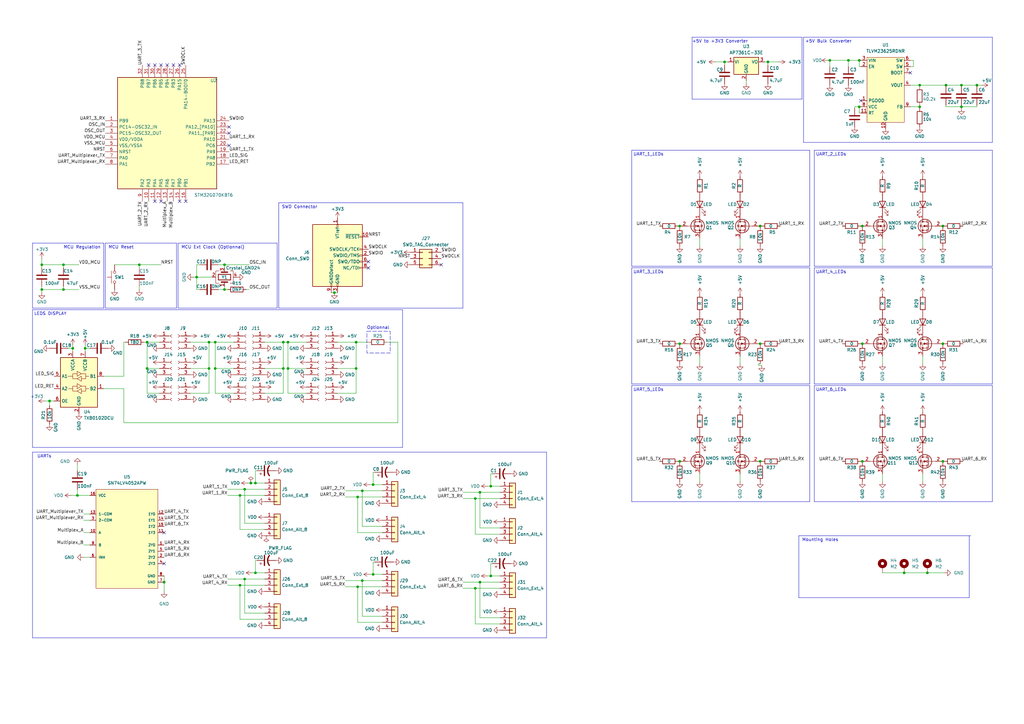
<source format=kicad_sch>
(kicad_sch (version 20230121) (generator eeschema)
  (paper "A3")
  (lib_symbols
    (symbol "Connector:Conn_01x03_Female" (pin_names (offset 1.016) hide)
      (property "Reference" "J" (at 0 5.08 0))
      (property "Value" "Conn_01x03_Female" (at 0 -5.08 0))
      (symbol "Conn_01x03_Female_1_1"
        (pin passive line (at -5.08 2.54 0) (length 3.81) (name "Pin_1") (number "1"))
        (pin passive line (at -5.08 0 0) (length 3.81) (name "Pin_2") (number "2"))
        (pin passive line (at -5.08 -2.54 0) (length 3.81) (name "Pin_3") (number "3"))
      )
    )
    (symbol "Connector:Conn_ARM_JTAG_SWD_10" (pin_names (offset 1.016))
      (property "Reference" "J" (at -2.54 16.51 0))
      (property "Value" "Conn_ARM_JTAG_SWD_10" (at -2.54 13.97 0))
      (symbol "Conn_ARM_JTAG_SWD_10_1_1"
        (pin power_in line (at 0 15.24 270) (length 2.54) (name "VTref") (number "1"))
        (pin open_collector line (at 12.7 7.62 180) (length 2.54) (name "~{RESET}") (number "10"))
        (pin bidirectional line (at 12.7 0 180) (length 2.54) (name "SWDIO/TMS") (number "2"))
        (pin power_in line (at 0 -15.24 90) (length 2.54) (name "GND") (number "3"))
        (pin output line (at 12.7 2.54 180) (length 2.54) (name "SWDCLK/TCK") (number "4"))
        (pin passive line (at 0 -15.24 90) (length 2.54) hide (name "GND") (number "5"))
        (pin input line (at 12.7 -2.54 180) (length 2.54) (name "SWO/TDO") (number "6"))
        (pin no_connect line (at -10.16 0 0) (length 2.54) hide (name "KEY") (number "7"))
        (pin output line (at 12.7 -5.08 180) (length 2.54) (name "NC/TDI") (number "8"))
        (pin passive line (at -2.54 -15.24 90) (length 2.54) (name "GNDDetect") (number "9"))
      )
    )
    (symbol "Connector_Generic:Conn_01x04" (pin_names (offset 1.016) hide)
      (property "Reference" "J" (at 0 5.08 0))
      (property "Value" "Conn_01x04" (at 0 -7.62 0))
      (symbol "Conn_01x04_1_1"
        (pin passive line (at -5.08 2.54 0) (length 3.81) (name "Pin_1") (number "1"))
        (pin passive line (at -5.08 0 0) (length 3.81) (name "Pin_2") (number "2"))
        (pin passive line (at -5.08 -2.54 0) (length 3.81) (name "Pin_3") (number "3"))
        (pin passive line (at -5.08 -5.08 0) (length 3.81) (name "Pin_4") (number "4"))
      )
    )
    (symbol "Connector_Generic:Conn_02x03_Odd_Even" (pin_names (offset 1.016) hide)
      (property "Reference" "J" (at 1.27 5.08 0))
      (property "Value" "Conn_02x03_Odd_Even" (at 1.27 -5.08 0))
      (symbol "Conn_02x03_Odd_Even_1_1"
        (pin passive line (at -5.08 2.54 0) (length 3.81) (name "Pin_1") (number "1"))
        (pin passive line (at 7.62 2.54 180) (length 3.81) (name "Pin_2") (number "2"))
        (pin passive line (at -5.08 0 0) (length 3.81) (name "Pin_3") (number "3"))
        (pin passive line (at 7.62 0 180) (length 3.81) (name "Pin_4") (number "4"))
        (pin passive line (at -5.08 -2.54 0) (length 3.81) (name "Pin_5") (number "5"))
        (pin passive line (at 7.62 -2.54 180) (length 3.81) (name "Pin_6") (number "6"))
      )
    )
    (symbol "Device:C" (pin_numbers hide) (pin_names (offset 0.254))
      (property "Reference" "C" (at 0.635 2.54 0))
      (property "Value" "C" (at 0.635 -2.54 0))
      (symbol "C_1_1"
        (pin passive line (at 0 3.81 270) (length 2.794) (name "~") (number "1"))
        (pin passive line (at 0 -3.81 90) (length 2.794) (name "~") (number "2"))
      )
    )
    (symbol "Device:C_Polarized_US" (pin_numbers hide) (pin_names (offset 0.254) hide)
      (property "Reference" "C" (at 0.635 2.54 0))
      (property "Value" "C_Polarized_US" (at 0.635 -2.54 0))
      (symbol "C_Polarized_US_1_1"
        (pin passive line (at 0 3.81 270) (length 2.794) (name "~") (number "1"))
        (pin passive line (at 0 -3.81 90) (length 3.302) (name "~") (number "2"))
      )
    )
    (symbol "Device:Crystal_GND24" (pin_names (offset 1.016) hide)
      (property "Reference" "Y" (at 3.175 5.08 0))
      (property "Value" "Crystal_GND24" (at 3.175 3.175 0))
      (symbol "Crystal_GND24_1_1"
        (pin passive line (at -3.81 0 0) (length 1.27) (name "1") (number "1"))
        (pin passive line (at 0 5.08 270) (length 1.27) (name "2") (number "2"))
        (pin passive line (at 3.81 0 180) (length 1.27) (name "3") (number "3"))
        (pin passive line (at 0 -5.08 90) (length 1.27) (name "4") (number "4"))
      )
    )
    (symbol "Device:LED" (pin_numbers hide) (pin_names (offset 1.016) hide)
      (property "Reference" "D" (at 0 2.54 0))
      (property "Value" "LED" (at 0 -2.54 0))
      (symbol "LED_1_1"
        (pin passive line (at -3.81 0 0) (length 2.54) (name "K") (number "1"))
        (pin passive line (at 3.81 0 180) (length 2.54) (name "A") (number "2"))
      )
    )
    (symbol "Device:Q_NMOS_DGS" (pin_names (offset 0) hide)
      (property "Reference" "Q" (at 5.08 1.27 0))
      (property "Value" "Q_NMOS_DGS" (at 5.08 -1.27 0))
      (symbol "Q_NMOS_DGS_1_1"
        (pin passive line (at 2.54 5.08 270) (length 2.54) (name "D") (number "1"))
        (pin input line (at -5.08 0 0) (length 2.54) (name "G") (number "2"))
        (pin passive line (at 2.54 -5.08 90) (length 2.54) (name "S") (number "3"))
      )
    )
    (symbol "Device:R" (pin_numbers hide) (pin_names (offset 0))
      (property "Reference" "R" (at 2.032 0 90))
      (property "Value" "R" (at 0 0 90))
      (symbol "R_1_1"
        (pin passive line (at 0 3.81 270) (length 1.27) (name "~") (number "1"))
        (pin passive line (at 0 -3.81 90) (length 1.27) (name "~") (number "2"))
      )
    )
    (symbol "Logic_LevelTranslator:TXB0102DCU"
      (property "Reference" "U" (at -6.35 11.43 0))
      (property "Value" "TXB0102DCU" (at 3.81 11.43 0))
      (symbol "TXB0102DCU_1_1"
        (pin bidirectional line (at 10.16 -2.54 180) (length 2.54) (name "B2") (number "1"))
        (pin power_in line (at 0 -12.7 90) (length 2.54) (name "GND") (number "2"))
        (pin power_in line (at -2.54 12.7 270) (length 2.54) (name "VCCA") (number "3"))
        (pin bidirectional line (at -10.16 -2.54 0) (length 2.54) (name "A2") (number "4"))
        (pin bidirectional line (at -10.16 2.54 0) (length 2.54) (name "A1") (number "5"))
        (pin input line (at -10.16 -7.62 0) (length 2.54) (name "OE") (number "6"))
        (pin power_in line (at 2.54 12.7 270) (length 2.54) (name "VCCB") (number "7"))
        (pin bidirectional line (at 10.16 2.54 180) (length 2.54) (name "B1") (number "8"))
      )
    )
    (symbol "MCU_ST_STM32G0:STM32G070KBT6"
      (property "Reference" "U" (at 0 0 0))
      (property "Value" "STM32G070KBT6" (at 0 0 0))
      (symbol "STM32G070KBT6_1_1"
        (pin bidirectional line (at -25.4 6.35 0) (length 5.08) (name "PB9") (number "1"))
        (pin bidirectional line (at -7.62 -26.67 90) (length 5.08) (name "PA3") (number "10"))
        (pin bidirectional line (at -5.08 -26.67 90) (length 5.08) (name "PA4") (number "11"))
        (pin bidirectional line (at -2.54 -26.67 90) (length 5.08) (name "PA5") (number "12"))
        (pin bidirectional line (at 0 -26.67 90) (length 5.08) (name "PA6") (number "13"))
        (pin bidirectional line (at 2.54 -26.67 90) (length 5.08) (name "PA7") (number "14"))
        (pin bidirectional line (at 5.08 -26.67 90) (length 5.08) (name "PB0") (number "15"))
        (pin bidirectional line (at 7.62 -26.67 90) (length 5.08) (name "PB1") (number "16"))
        (pin bidirectional line (at 25.4 -11.43 180) (length 5.08) (name "PB2") (number "17"))
        (pin bidirectional line (at 25.4 -8.89 180) (length 5.08) (name "PA8") (number "18"))
        (pin bidirectional line (at 25.4 -6.35 180) (length 5.08) (name "PA9") (number "19"))
        (pin bidirectional line (at -25.4 3.81 0) (length 5.08) (name "PC14-OSC32_IN") (number "2"))
        (pin bidirectional line (at 25.4 -3.81 180) (length 5.08) (name "PC6") (number "20"))
        (pin bidirectional line (at 25.4 -1.27 180) (length 5.08) (name "PA10") (number "21"))
        (pin bidirectional line (at 25.4 1.27 180) (length 5.08) (name "PA11_[PA9]") (number "22"))
        (pin bidirectional line (at 25.4 3.81 180) (length 5.08) (name "PA12_[PA10]") (number "23"))
        (pin bidirectional line (at 25.4 6.35 180) (length 5.08) (name "PA13") (number "24"))
        (pin bidirectional line (at 7.62 29.21 270) (length 5.08) (name "PA14-BOOT0") (number "25"))
        (pin bidirectional line (at 5.08 29.21 270) (length 5.08) (name "PA15") (number "26"))
        (pin bidirectional line (at 2.54 29.21 270) (length 5.08) (name "PB3") (number "27"))
        (pin bidirectional line (at 0 29.21 270) (length 5.08) (name "PB4") (number "28"))
        (pin bidirectional line (at -2.54 29.21 270) (length 5.08) (name "PB5") (number "29"))
        (pin bidirectional line (at -25.4 1.27 0) (length 5.08) (name "PC15-OSC32_OUT") (number "3"))
        (pin bidirectional line (at -5.08 29.21 270) (length 5.08) (name "PB6") (number "30"))
        (pin bidirectional line (at -7.62 29.21 270) (length 5.08) (name "PB7") (number "31"))
        (pin bidirectional line (at -10.16 29.21 270) (length 5.08) (name "PB8") (number "32"))
        (pin power_in line (at -25.4 -1.27 0) (length 5.08) (name "VDD/VDDA") (number "4"))
        (pin power_in line (at -25.4 -3.81 0) (length 5.08) (name "VSS/VSSA") (number "5"))
        (pin bidirectional line (at -25.4 -6.35 0) (length 5.08) (name "NRST") (number "6"))
        (pin bidirectional line (at -25.4 -8.89 0) (length 5.08) (name "PA0") (number "7"))
        (pin bidirectional line (at -25.4 -11.43 0) (length 5.08) (name "PA1") (number "8"))
        (pin bidirectional line (at -10.16 -26.67 90) (length 5.08) (name "PA2") (number "9"))
      )
    )
    (symbol "Mechanical:MountingHole_Pad" (pin_numbers hide) (pin_names (offset 1.016) hide)
      (property "Reference" "H" (at 0 6.35 0))
      (property "Value" "MountingHole_Pad" (at 0 4.445 0))
      (symbol "MountingHole_Pad_1_1"
        (pin input line (at 0 -2.54 90) (length 2.54) (name "1") (number "1"))
      )
    )
    (symbol "Regulator_Linear:AP7361C-33E" (pin_names (offset 0.254))
      (property "Reference" "U" (at -3.81 3.175 0))
      (property "Value" "AP7361C-33E" (at 0 3.175 0))
      (symbol "AP7361C-33E_1_1"
        (pin power_in line (at -7.62 0 0) (length 2.54) (name "VI") (number "1"))
        (pin power_in line (at 0 -7.62 90) (length 2.54) (name "GND") (number "2"))
        (pin power_out line (at 7.62 0 180) (length 2.54) (name "VO") (number "3"))
      )
    )
    (symbol "Regulator_Linear:TLVM23625RDNR"
      (property "Reference" "U1" (at 0 16.51 0))
      (property "Value" "TLVM23625RDNR" (at 0 13.97 0))
      (symbol "TLVM23625RDNR_1_1"
        (pin input line (at -10.16 -6.35 0) (length 2.54) (name "PGOOD") (number "1"))
        (pin power_in line (at 0 -17.78 90) (length 2.54) (name "GND") (number "10"))
        (pin input line (at -10.16 -11.43 0) (length 2.54) (name "RT") (number "11"))
        (pin input line (at -10.16 7.62 0) (length 2.54) (name "EN") (number "2"))
        (pin power_in line (at -10.16 10.16 0) (length 2.54) (name "VIN") (number "3"))
        (pin power_out line (at 10.16 0 180) (length 2.54) (name "VOUT") (number "4"))
        (pin input line (at 10.16 7.62 180) (length 2.54) (name "SW") (number "5"))
        (pin input line (at 10.16 10.16 180) (length 2.54) (name "SW") (number "6"))
        (pin input line (at 10.16 5.08 180) (length 2.54) (name "BOOT") (number "7"))
        (pin power_in line (at -10.16 -8.89 0) (length 2.54) (name "VCC") (number "8"))
        (pin input line (at 10.16 -8.89 180) (length 2.54) (name "FB") (number "9"))
      )
    )
    (symbol "Switch:SW_Push" (pin_numbers hide) (pin_names (offset 1.016) hide)
      (property "Reference" "SW" (at 1.27 2.54 0))
      (property "Value" "SW_Push" (at 0 -1.524 0))
      (symbol "SW_Push_0_1"
        (pin passive line (at -5.08 0 0) (length 2.54) (name "1") (number "1"))
        (pin passive line (at 5.08 0 180) (length 2.54) (name "2") (number "2"))
      )
    )
    (symbol "eec:SN74LV4052APW" (pin_names (offset 1.016))
      (property "Reference" "U" (at 0 5.08 0))
      (property "Value" "SN74LV4052APW" (at 0 7.62 0))
      (symbol "SN74LV4052APW_1_1"
        (pin bidirectional line (at 33.02 -20.32 180) (length 2.54) (name "2Y0") (number "1"))
        (pin input line (at 2.54 -15.24 0) (length 2.54) (name "A") (number "10"))
        (pin bidirectional line (at 33.02 -15.24 180) (length 2.54) (name "1Y3") (number "11"))
        (pin bidirectional line (at 33.02 -7.62 180) (length 2.54) (name "1Y0") (number "12"))
        (pin bidirectional line (at 2.54 -7.62 0) (length 2.54) (name "1-COM") (number "13"))
        (pin bidirectional line (at 33.02 -10.16 180) (length 2.54) (name "1Y1") (number "14"))
        (pin bidirectional line (at 33.02 -12.7 180) (length 2.54) (name "1Y2") (number "15"))
        (pin power_in line (at 2.54 0 0) (length 2.54) (name "VCC") (number "16"))
        (pin bidirectional line (at 33.02 -25.4 180) (length 2.54) (name "2Y2") (number "2"))
        (pin bidirectional line (at 2.54 -10.16 0) (length 2.54) (name "2-COM") (number "3"))
        (pin bidirectional line (at 33.02 -27.94 180) (length 2.54) (name "2Y3") (number "4"))
        (pin bidirectional line (at 33.02 -22.86 180) (length 2.54) (name "2Y1") (number "5"))
        (pin input line (at 2.54 -25.4 0) (length 2.54) (name "INH") (number "6"))
        (pin power_in line (at 33.02 -35.56 180) (length 2.54) (name "GND") (number "7"))
        (pin power_in line (at 33.02 -33.02 180) (length 2.54) (name "GND") (number "8"))
        (pin input line (at 2.54 -20.32 0) (length 2.54) (name "B") (number "9"))
      )
    )
    (symbol "power:+3V3" (power) (pin_names (offset 0))
      (property "Value" "+3V3" (at 0 3.556 0))
      (symbol "+3V3_1_1"
        (pin power_in line (at 0 0 90) (length 0) hide (name "+3V3") (number "1"))
      )
    )
    (symbol "power:+5V" (power) (pin_names (offset 0))
      (property "Value" "+5V" (at 0 3.556 0))
      (symbol "+5V_1_1"
        (pin power_in line (at 0 0 90) (length 0) hide (name "+5V") (number "1"))
      )
    )
    (symbol "power:GND" (power) (pin_names (offset 0))
      (property "Value" "GND" (at 0 -3.81 0))
      (symbol "GND_1_1"
        (pin power_in line (at 0 0 270) (length 0) hide (name "GND") (number "1"))
      )
    )
    (symbol "power:PWR_FLAG" (power) (pin_numbers hide) (pin_names (offset 0) hide)
      (property "Value" "PWR_FLAG" (at 0 3.81 0))
      (symbol "PWR_FLAG_0_0"
        (pin power_out line (at 0 0 90) (length 0) (name "pwr") (number "1"))
      )
    )
    (symbol "power:VDD" (power) (pin_names (offset 0))
      (property "Value" "VDD" (at 0 3.81 0))
      (symbol "VDD_1_1"
        (pin power_in line (at 0 0 90) (length 0) hide (name "VDD") (number "1"))
      )
    )
  )
  (junction (at 377.19 43.815))
  (junction (at 394.335 34.925))
  (junction (at 116.205 140.335))
  (junction (at 394.335 43.815))
  (junction (at 146.05 151.13))
  (junction (at 370.84 234.95))
  (junction (at 153.035 235.585))
  (junction (at 194.945 241.3))
  (junction (at 80.645 113.665))
  (junction (at 57.15 108.585))
  (junction (at 340.36 24.765))
  (junction (at 17.145 118.745))
  (junction (at 352.425 24.765))
  (junction (at 137.16 120.015))
  (junction (at 194.945 204.47))
  (junction (at 88.265 151.13))
  (junction (at 116.205 151.13))
  (junction (at 104.775 234.95))
  (junction (at 92.075 118.745))
  (junction (at 29.845 142.875))
  (junction (at 26.035 118.745))
  (junction (at 386.715 140.97))
  (junction (at 60.325 151.13))
  (junction (at 104.775 198.12))
  (junction (at 92.075 108.585))
  (junction (at 98.425 203.2))
  (junction (at 102.87 198.12))
  (junction (at 353.695 140.97))
  (junction (at 17.145 108.585))
  (junction (at 311.785 92.71))
  (junction (at 196.85 238.76))
  (junction (at 60.325 140.335))
  (junction (at 148.59 201.295))
  (junction (at 118.11 151.13))
  (junction (at 148.59 238.125))
  (junction (at 100.33 200.66))
  (junction (at 347.98 24.765))
  (junction (at 146.685 240.665))
  (junction (at 387.985 34.925))
  (junction (at 278.765 92.71))
  (junction (at 278.765 140.97))
  (junction (at 297.18 25.4))
  (junction (at 380.365 234.95))
  (junction (at 31.75 203.2))
  (junction (at 352.425 43.815))
  (junction (at 201.295 199.39))
  (junction (at 311.785 189.23))
  (junction (at 100.33 237.49))
  (junction (at 196.85 201.93))
  (junction (at 386.715 92.71))
  (junction (at 85.725 140.335))
  (junction (at 353.695 92.71))
  (junction (at 118.11 140.335))
  (junction (at 88.265 140.335))
  (junction (at 146.05 140.335))
  (junction (at 26.035 108.585))
  (junction (at 20.32 164.465))
  (junction (at 353.695 189.23))
  (junction (at 278.765 189.23))
  (junction (at 98.425 240.03))
  (junction (at 146.685 203.835))
  (junction (at 67.31 238.76))
  (junction (at 153.035 198.755))
  (junction (at 85.725 151.13))
  (junction (at 314.96 25.4))
  (junction (at 34.925 142.875))
  (junction (at 400.685 34.925))
  (junction (at 377.19 34.925))
  (junction (at 311.785 140.97))
  (junction (at 201.295 236.22))
  (junction (at 386.715 189.23))
  (no_connect (at 60.96 26.67))
  (no_connect (at 76.2 82.55))
  (no_connect (at 73.66 82.55))
  (no_connect (at 67.31 218.44))
  (no_connect (at 93.98 59.69))
  (no_connect (at 73.66 26.67))
  (no_connect (at 93.98 52.07))
  (no_connect (at 151.13 109.855))
  (no_connect (at 63.5 26.67))
  (no_connect (at 151.13 107.315))
  (no_connect (at 180.975 108.585))
  (no_connect (at 66.04 26.67))
  (no_connect (at 68.58 26.67))
  (no_connect (at 373.38 29.845))
  (no_connect (at 67.31 231.14))
  (no_connect (at 66.04 82.55))
  (no_connect (at 353.06 41.275))
  (no_connect (at 71.12 26.67))
  (no_connect (at 63.5 82.55))
  (no_connect (at 93.98 54.61))
  (wire (pts (xy 65.405 161.29) (xy 60.325 161.29)))
  (wire (pts (xy 312.42 140.97) (xy 311.785 140.97)))
  (wire (pts (xy 314.96 25.4) (xy 314.96 26.67)))
  (wire (pts (xy 380.365 234.95) (xy 387.35 234.95)))
  (wire (pts (xy 312.42 189.23) (xy 311.785 189.23)))
  (polyline (pts (xy 334.01 109.855) (xy 334.01 157.48)))
  (wire (pts (xy 92.075 117.475) (xy 92.075 118.745)))
  (wire (pts (xy 34.29 223.52) (xy 36.83 223.52)))
  (polyline (pts (xy 327.66 219.71) (xy 398.145 219.71)))
  (wire (pts (xy 50.8 154.305) (xy 42.545 154.305)))
  (wire (pts (xy 278.13 92.71) (xy 278.765 92.71)))
  (wire (pts (xy 108.585 254) (xy 98.425 254)))
  (polyline (pts (xy 72.39 99.695) (xy 72.39 126.365)))
  (wire (pts (xy 79.375 113.665) (xy 80.645 113.665)))
  (wire (pts (xy 200.025 236.22) (xy 201.295 236.22)))
  (wire (pts (xy 85.725 161.29) (xy 85.725 151.13)))
  (wire (pts (xy 102.87 198.12) (xy 104.775 198.12)))
  (wire (pts (xy 151.765 235.585) (xy 153.035 235.585)))
  (wire (pts (xy 88.265 161.29) (xy 88.265 151.13)))
  (wire (pts (xy 196.85 216.535) (xy 196.85 201.93)))
  (wire (pts (xy 293.37 25.4) (xy 297.18 25.4)))
  (wire (pts (xy 347.98 24.765) (xy 352.425 24.765)))
  (wire (pts (xy 347.98 24.765) (xy 347.98 27.305)))
  (wire (pts (xy 196.85 238.76) (xy 205.105 238.76)))
  (wire (pts (xy 386.715 189.865) (xy 386.715 189.23)))
  (polyline (pts (xy 13.335 185.42) (xy 224.155 185.42)))
  (wire (pts (xy 81.915 108.585) (xy 80.645 108.585)))
  (wire (pts (xy 100.33 237.49) (xy 108.585 237.49)))
  (wire (pts (xy 194.945 219.075) (xy 194.945 204.47)))
  (wire (pts (xy 108.585 251.46) (xy 100.33 251.46)))
  (wire (pts (xy 320.04 189.23) (xy 319.405 189.23)))
  (wire (pts (xy 387.985 43.815) (xy 387.985 43.18)))
  (wire (pts (xy 402.59 34.925) (xy 400.685 34.925)))
  (wire (pts (xy 118.11 161.29) (xy 125.73 161.29)))
  (polyline (pts (xy 13.335 127) (xy 13.335 183.515)))
  (wire (pts (xy 352.425 43.815) (xy 353.06 43.815)))
  (wire (pts (xy 158.75 140.335) (xy 163.195 140.335)))
  (wire (pts (xy 88.265 140.335) (xy 95.885 140.335)))
  (polyline (pts (xy 283.845 15.24) (xy 283.845 40.64)))
  (polyline (pts (xy 114.3 83.185) (xy 189.865 83.185)))
  (wire (pts (xy 92.075 118.745) (xy 89.535 118.745)))
  (wire (pts (xy 196.85 253.365) (xy 196.85 238.76)))
  (wire (pts (xy 163.195 173.355) (xy 50.8 173.355)))
  (wire (pts (xy 311.785 141.605) (xy 311.785 140.97)))
  (polyline (pts (xy 73.025 99.695) (xy 113.665 99.695)))
  (wire (pts (xy 189.865 241.3) (xy 194.945 241.3)))
  (wire (pts (xy 377.19 35.56) (xy 377.19 34.925)))
  (wire (pts (xy 57.15 108.585) (xy 66.04 108.585)))
  (wire (pts (xy 60.325 140.335) (xy 65.405 140.335)))
  (wire (pts (xy 394.335 35.56) (xy 394.335 34.925)))
  (wire (pts (xy 78.105 140.335) (xy 85.725 140.335)))
  (wire (pts (xy 100.33 214.63) (xy 100.33 200.66)))
  (wire (pts (xy 312.42 149.86) (xy 311.15 149.86)))
  (polyline (pts (xy 328.93 15.24) (xy 328.93 40.64)))
  (wire (pts (xy 386.715 93.345) (xy 386.715 92.71)))
  (wire (pts (xy 85.725 140.335) (xy 88.265 140.335)))
  (wire (pts (xy 350.52 43.815) (xy 350.52 44.45)))
  (wire (pts (xy 67.31 236.22) (xy 67.31 238.76)))
  (polyline (pts (xy 189.865 83.185) (xy 189.865 126.365)))
  (wire (pts (xy 17.145 120.015) (xy 17.145 118.745)))
  (wire (pts (xy 116.205 140.335) (xy 118.11 140.335)))
  (wire (pts (xy 108.585 151.13) (xy 116.205 151.13)))
  (wire (pts (xy 377.19 34.925) (xy 373.38 34.925)))
  (wire (pts (xy 104.775 234.95) (xy 108.585 234.95)))
  (wire (pts (xy 201.93 231.14) (xy 201.295 231.14)))
  (wire (pts (xy 60.325 161.29) (xy 60.325 151.13)))
  (wire (pts (xy 287.02 100.965) (xy 287.02 97.79)))
  (wire (pts (xy 156.845 252.73) (xy 148.59 252.73)))
  (wire (pts (xy 60.325 140.335) (xy 59.055 140.335)))
  (wire (pts (xy 138.43 161.29) (xy 146.05 161.29)))
  (polyline (pts (xy 407.035 157.48) (xy 334.01 157.48)))
  (wire (pts (xy 320.04 92.71) (xy 319.405 92.71)))
  (wire (pts (xy 146.685 240.665) (xy 156.845 240.665)))
  (polyline (pts (xy 43.18 99.695) (xy 72.39 99.695)))
  (wire (pts (xy 141.605 240.665) (xy 146.685 240.665)))
  (wire (pts (xy 100.33 200.66) (xy 108.585 200.66)))
  (polyline (pts (xy 332.105 109.22) (xy 259.08 109.22)))
  (polyline (pts (xy 334.01 61.595) (xy 334.01 109.22)))
  (wire (pts (xy 378.46 149.225) (xy 378.46 146.05)))
  (polyline (pts (xy 165.1 183.515) (xy 13.335 183.515)))
  (wire (pts (xy 36.83 142.875) (xy 34.925 142.875)))
  (wire (pts (xy 311.15 189.23) (xy 311.785 189.23)))
  (wire (pts (xy 156.845 218.44) (xy 146.685 218.44)))
  (polyline (pts (xy 332.105 205.74) (xy 259.08 205.74)))
  (wire (pts (xy 320.04 140.97) (xy 319.405 140.97)))
  (wire (pts (xy 118.11 151.13) (xy 125.73 151.13)))
  (wire (pts (xy 34.925 141.605) (xy 34.925 142.875)))
  (wire (pts (xy 116.205 161.29) (xy 116.205 151.13)))
  (wire (pts (xy 400.685 35.56) (xy 400.685 34.925)))
  (wire (pts (xy 153.035 198.755) (xy 156.845 198.755)))
  (polyline (pts (xy 334.01 109.855) (xy 407.035 109.855)))
  (wire (pts (xy 201.93 194.31) (xy 201.295 194.31)))
  (wire (pts (xy 287.02 149.225) (xy 287.02 146.05)))
  (wire (pts (xy 386.08 140.97) (xy 386.715 140.97)))
  (wire (pts (xy 101.6 198.12) (xy 102.87 198.12)))
  (wire (pts (xy 353.695 189.865) (xy 353.695 189.23)))
  (wire (pts (xy 146.685 255.27) (xy 146.685 240.665)))
  (polyline (pts (xy 114.3 126.365) (xy 189.865 126.365)))
  (wire (pts (xy 314.96 25.4) (xy 319.405 25.4)))
  (wire (pts (xy 29.845 142.875) (xy 29.845 144.145)))
  (wire (pts (xy 303.53 100.965) (xy 303.53 97.79)))
  (wire (pts (xy 311.785 189.865) (xy 311.785 189.23)))
  (wire (pts (xy 34.29 228.6) (xy 36.83 228.6)))
  (wire (pts (xy 93.345 237.49) (xy 100.33 237.49)))
  (wire (pts (xy 26.035 108.585) (xy 32.385 108.585)))
  (wire (pts (xy 151.765 198.755) (xy 153.035 198.755)))
  (polyline (pts (xy 407.035 109.855) (xy 407.035 157.48)))
  (wire (pts (xy 374.65 24.765) (xy 374.65 27.305)))
  (wire (pts (xy 311.15 92.71) (xy 311.785 92.71)))
  (wire (pts (xy 345.44 140.97) (xy 346.075 140.97)))
  (wire (pts (xy 278.765 93.345) (xy 278.765 92.71)))
  (wire (pts (xy 151.13 140.335) (xy 146.05 140.335)))
  (polyline (pts (xy 43.18 126.365) (xy 43.18 99.695)))
  (wire (pts (xy 26.035 118.745) (xy 26.035 117.475)))
  (wire (pts (xy 26.035 118.745) (xy 32.385 118.745)))
  (wire (pts (xy 67.31 238.76) (xy 67.31 242.57)))
  (wire (pts (xy 153.67 230.505) (xy 153.035 230.505)))
  (polyline (pts (xy 397.51 245.11) (xy 327.66 245.11)))
  (wire (pts (xy 141.605 201.295) (xy 148.59 201.295)))
  (polyline (pts (xy 407.035 58.42) (xy 329.565 58.42)))
  (wire (pts (xy 108.585 214.63) (xy 100.33 214.63)))
  (wire (pts (xy 270.51 189.23) (xy 271.145 189.23)))
  (polyline (pts (xy 332.105 61.595) (xy 332.105 109.22)))
  (wire (pts (xy 303.53 149.225) (xy 303.53 146.05)))
  (wire (pts (xy 27.94 142.875) (xy 29.845 142.875)))
  (wire (pts (xy 353.06 27.305) (xy 352.425 27.305)))
  (wire (pts (xy 17.145 108.585) (xy 26.035 108.585)))
  (wire (pts (xy 93.345 200.66) (xy 100.33 200.66)))
  (wire (pts (xy 201.295 194.31) (xy 201.295 199.39)))
  (polyline (pts (xy 13.335 99.695) (xy 13.335 126.365)))
  (wire (pts (xy 80.645 113.665) (xy 80.645 118.745)))
  (wire (pts (xy 278.13 140.97) (xy 278.765 140.97)))
  (wire (pts (xy 311.15 149.86) (xy 311.15 149.225)))
  (wire (pts (xy 100.33 251.46) (xy 100.33 237.49)))
  (wire (pts (xy 29.845 141.605) (xy 29.845 142.875)))
  (wire (pts (xy 88.265 161.29) (xy 95.885 161.29)))
  (wire (pts (xy 394.335 43.815) (xy 400.685 43.815)))
  (wire (pts (xy 108.585 217.17) (xy 98.425 217.17)))
  (wire (pts (xy 205.105 216.535) (xy 196.85 216.535)))
  (wire (pts (xy 148.59 215.9) (xy 148.59 201.295)))
  (wire (pts (xy 377.19 44.45) (xy 377.19 43.815)))
  (polyline (pts (xy 283.845 15.24) (xy 328.93 15.24)))
  (polyline (pts (xy 13.335 99.695) (xy 42.545 99.695)))
  (wire (pts (xy 353.06 46.355) (xy 352.425 46.355)))
  (polyline (pts (xy 259.08 158.115) (xy 332.105 158.115)))
  (polyline (pts (xy 334.01 158.115) (xy 334.01 205.74)))
  (wire (pts (xy 98.425 203.2) (xy 108.585 203.2)))
  (wire (pts (xy 201.295 231.14) (xy 201.295 236.22)))
  (wire (pts (xy 374.65 27.305) (xy 373.38 27.305)))
  (wire (pts (xy 361.95 197.485) (xy 361.95 194.31)))
  (wire (pts (xy 387.985 43.815) (xy 394.335 43.815)))
  (wire (pts (xy 278.13 189.23) (xy 278.765 189.23)))
  (polyline (pts (xy 259.08 61.595) (xy 259.08 109.22)))
  (wire (pts (xy 146.05 161.29) (xy 146.05 151.13)))
  (wire (pts (xy 31.75 200.66) (xy 31.75 203.2)))
  (wire (pts (xy 353.695 141.605) (xy 353.695 140.97)))
  (polyline (pts (xy 42.545 126.365) (xy 13.335 126.365)))
  (polyline (pts (xy 407.035 15.24) (xy 407.035 58.42)))
  (wire (pts (xy 400.685 43.815) (xy 400.685 43.18)))
  (wire (pts (xy 311.15 149.225) (xy 311.785 149.225)))
  (wire (pts (xy 278.765 141.605) (xy 278.765 140.97)))
  (wire (pts (xy 394.97 140.97) (xy 394.335 140.97)))
  (wire (pts (xy 378.46 100.965) (xy 378.46 97.79)))
  (polyline (pts (xy 329.565 15.24) (xy 407.035 15.24)))
  (polyline (pts (xy 42.545 99.695) (xy 42.545 126.365)))
  (wire (pts (xy 312.42 92.71) (xy 311.785 92.71)))
  (wire (pts (xy 17.145 118.745) (xy 17.145 117.475)))
  (wire (pts (xy 353.06 92.71) (xy 353.695 92.71)))
  (wire (pts (xy 386.08 92.71) (xy 386.715 92.71)))
  (polyline (pts (xy 224.155 185.42) (xy 224.155 261.62)))
  (wire (pts (xy 394.97 92.71) (xy 394.335 92.71)))
  (polyline (pts (xy 407.035 61.595) (xy 407.035 109.22)))
  (wire (pts (xy 353.06 189.23) (xy 353.695 189.23)))
  (wire (pts (xy 103.505 234.95) (xy 104.775 234.95)))
  (wire (pts (xy 20.32 164.465) (xy 20.32 166.37)))
  (wire (pts (xy 387.985 34.925) (xy 387.985 35.56)))
  (wire (pts (xy 92.075 118.745) (xy 93.345 118.745)))
  (wire (pts (xy 350.52 43.815) (xy 352.425 43.815)))
  (wire (pts (xy 31.75 190.5) (xy 31.75 193.04)))
  (wire (pts (xy 377.19 43.815) (xy 373.38 43.815)))
  (wire (pts (xy 141.605 238.125) (xy 148.59 238.125)))
  (polyline (pts (xy 332.105 157.48) (xy 259.08 157.48)))
  (polyline (pts (xy 13.335 261.62) (xy 13.335 185.42)))
  (wire (pts (xy 98.425 240.03) (xy 108.585 240.03)))
  (wire (pts (xy 18.415 164.465) (xy 20.32 164.465)))
  (wire (pts (xy 22.225 164.465) (xy 20.32 164.465)))
  (polyline (pts (xy 259.08 61.595) (xy 332.105 61.595)))
  (wire (pts (xy 50.8 159.385) (xy 42.545 159.385)))
  (wire (pts (xy 311.15 140.97) (xy 311.785 140.97)))
  (wire (pts (xy 394.335 34.925) (xy 387.985 34.925)))
  (wire (pts (xy 205.105 219.075) (xy 194.945 219.075)))
  (polyline (pts (xy 259.08 158.115) (xy 259.08 205.74)))
  (wire (pts (xy 104.775 198.12) (xy 108.585 198.12)))
  (polyline (pts (xy 332.105 109.855) (xy 332.105 157.48)))
  (polyline (pts (xy 334.01 61.595) (xy 407.035 61.595)))
  (wire (pts (xy 156.845 215.9) (xy 148.59 215.9)))
  (polyline (pts (xy 407.035 205.74) (xy 334.01 205.74)))
  (polyline (pts (xy 328.93 40.64) (xy 283.845 40.64)))
  (wire (pts (xy 137.16 120.015) (xy 138.43 120.015)))
  (wire (pts (xy 78.105 161.29) (xy 85.725 161.29)))
  (wire (pts (xy 352.425 46.355) (xy 352.425 43.815)))
  (polyline (pts (xy 73.025 99.695) (xy 73.025 126.365)))
  (wire (pts (xy 345.44 92.71) (xy 346.075 92.71)))
  (wire (pts (xy 345.44 189.23) (xy 346.075 189.23)))
  (wire (pts (xy 387.35 140.97) (xy 386.715 140.97)))
  (wire (pts (xy 118.11 140.335) (xy 125.73 140.335)))
  (wire (pts (xy 153.035 230.505) (xy 153.035 235.585)))
  (wire (pts (xy 394.97 189.23) (xy 394.335 189.23)))
  (wire (pts (xy 29.21 203.2) (xy 31.75 203.2)))
  (wire (pts (xy 387.35 92.71) (xy 386.715 92.71)))
  (wire (pts (xy 26.035 108.585) (xy 26.035 109.855)))
  (wire (pts (xy 85.725 151.13) (xy 85.725 140.335)))
  (wire (pts (xy 354.33 92.71) (xy 353.695 92.71)))
  (polyline (pts (xy 329.565 15.24) (xy 329.565 58.42)))
  (polyline (pts (xy 224.155 261.62) (xy 13.335 261.62)))
  (wire (pts (xy 189.865 204.47) (xy 194.945 204.47)))
  (wire (pts (xy 298.45 25.4) (xy 297.18 25.4)))
  (wire (pts (xy 57.15 117.475) (xy 57.15 118.745)))
  (wire (pts (xy 146.685 203.835) (xy 156.845 203.835)))
  (wire (pts (xy 98.425 254) (xy 98.425 240.03)))
  (wire (pts (xy 189.865 238.76) (xy 196.85 238.76)))
  (wire (pts (xy 34.29 210.82) (xy 36.83 210.82)))
  (wire (pts (xy 270.51 140.97) (xy 271.145 140.97)))
  (wire (pts (xy 353.06 140.97) (xy 353.695 140.97)))
  (wire (pts (xy 148.59 201.295) (xy 156.845 201.295)))
  (wire (pts (xy 88.265 140.335) (xy 88.265 151.13)))
  (wire (pts (xy 141.605 203.835) (xy 146.685 203.835)))
  (wire (pts (xy 153.035 193.675) (xy 153.035 198.755)))
  (wire (pts (xy 279.4 140.97) (xy 278.765 140.97)))
  (wire (pts (xy 92.075 108.585) (xy 102.235 108.585)))
  (wire (pts (xy 137.16 120.015) (xy 135.89 120.015)))
  (wire (pts (xy 347.98 24.765) (xy 340.36 24.765)))
  (wire (pts (xy 278.765 189.865) (xy 278.765 189.23)))
  (wire (pts (xy 148.59 252.73) (xy 148.59 238.125)))
  (wire (pts (xy 98.425 217.17) (xy 98.425 203.2)))
  (polyline (pts (xy 334.01 158.115) (xy 407.035 158.115)))
  (wire (pts (xy 57.15 108.585) (xy 46.99 108.585)))
  (polyline (pts (xy 407.035 158.115) (xy 407.035 205.74)))
  (wire (pts (xy 148.59 238.125) (xy 156.845 238.125)))
  (wire (pts (xy 394.335 43.815) (xy 394.335 43.18)))
  (wire (pts (xy 116.205 151.13) (xy 116.205 140.335)))
  (wire (pts (xy 17.145 108.585) (xy 17.145 109.855)))
  (wire (pts (xy 88.265 151.13) (xy 95.885 151.13)))
  (wire (pts (xy 31.75 203.2) (xy 36.83 203.2)))
  (wire (pts (xy 189.865 201.93) (xy 196.85 201.93)))
  (polyline (pts (xy 397.51 219.71) (xy 397.51 245.11)))
  (wire (pts (xy 386.08 189.23) (xy 386.715 189.23)))
  (wire (pts (xy 92.075 108.585) (xy 89.535 108.585)))
  (wire (pts (xy 196.85 201.93) (xy 205.105 201.93)))
  (polyline (pts (xy 259.08 109.855) (xy 259.08 157.48)))
  (polyline (pts (xy 407.035 109.22) (xy 334.01 109.22)))
  (wire (pts (xy 146.05 140.335) (xy 146.05 151.13)))
  (wire (pts (xy 153.67 193.675) (xy 153.035 193.675)))
  (wire (pts (xy 57.15 109.855) (xy 57.15 108.585)))
  (polyline (pts (xy 113.665 99.695) (xy 113.665 126.365)))
  (wire (pts (xy 194.945 204.47) (xy 205.105 204.47)))
  (wire (pts (xy 17.145 106.045) (xy 17.145 108.585)))
  (wire (pts (xy 361.95 234.95) (xy 370.84 234.95)))
  (wire (pts (xy 105.41 193.04) (xy 104.775 193.04)))
  (wire (pts (xy 361.95 100.965) (xy 361.95 97.79)))
  (wire (pts (xy 306.07 34.29) (xy 306.07 33.02)))
  (wire (pts (xy 92.075 109.855) (xy 92.075 108.585)))
  (wire (pts (xy 138.43 151.13) (xy 146.05 151.13)))
  (wire (pts (xy 287.02 197.485) (xy 287.02 194.31)))
  (wire (pts (xy 34.29 213.36) (xy 36.83 213.36)))
  (wire (pts (xy 34.29 218.44) (xy 36.83 218.44)))
  (wire (pts (xy 104.775 229.87) (xy 104.775 234.95)))
  (wire (pts (xy 386.715 141.605) (xy 386.715 140.97)))
  (wire (pts (xy 377.19 43.18) (xy 377.19 43.815)))
  (wire (pts (xy 108.585 161.29) (xy 116.205 161.29)))
  (wire (pts (xy 50.8 140.335) (xy 51.435 140.335)))
  (wire (pts (xy 354.33 140.97) (xy 353.695 140.97)))
  (wire (pts (xy 104.775 193.04) (xy 104.775 198.12)))
  (wire (pts (xy 118.11 140.335) (xy 118.11 151.13)))
  (wire (pts (xy 353.695 93.345) (xy 353.695 92.71)))
  (wire (pts (xy 146.05 140.335) (xy 138.43 140.335)))
  (wire (pts (xy 200.025 199.39) (xy 201.295 199.39)))
  (wire (pts (xy 373.38 24.765) (xy 374.65 24.765)))
  (wire (pts (xy 156.845 255.27) (xy 146.685 255.27)))
  (wire (pts (xy 163.195 140.335) (xy 163.195 173.355)))
  (polyline (pts (xy 114.3 126.365) (xy 114.3 83.185)))
  (wire (pts (xy 279.4 92.71) (xy 278.765 92.71)))
  (wire (pts (xy 146.685 218.44) (xy 146.685 203.835)))
  (wire (pts (xy 377.19 34.925) (xy 387.985 34.925)))
  (wire (pts (xy 17.145 118.745) (xy 26.035 118.745)))
  (wire (pts (xy 352.425 27.305) (xy 352.425 24.765)))
  (wire (pts (xy 313.69 25.4) (xy 314.96 25.4)))
  (wire (pts (xy 201.295 199.39) (xy 205.105 199.39)))
  (wire (pts (xy 194.945 241.3) (xy 205.105 241.3)))
  (wire (pts (xy 311.785 93.345) (xy 311.785 92.71)))
  (wire (pts (xy 201.295 236.22) (xy 205.105 236.22)))
  (wire (pts (xy 194.945 255.905) (xy 194.945 241.3)))
  (wire (pts (xy 50.8 140.335) (xy 50.8 154.305)))
  (wire (pts (xy 105.41 229.87) (xy 104.775 229.87)))
  (wire (pts (xy 270.51 92.71) (xy 271.145 92.71)))
  (wire (pts (xy 361.95 149.225) (xy 361.95 146.05)))
  (wire (pts (xy 340.36 27.305) (xy 340.36 24.765)))
  (wire (pts (xy 80.645 118.745) (xy 81.915 118.745)))
  (wire (pts (xy 394.335 44.45) (xy 394.335 43.815)))
  (wire (pts (xy 50.8 173.355) (xy 50.8 159.385)))
  (wire (pts (xy 339.725 24.765) (xy 340.36 24.765)))
  (polyline (pts (xy 259.08 109.855) (xy 332.105 109.855)))
  (wire (pts (xy 34.925 142.875) (xy 34.925 144.145)))
  (polyline (pts (xy 165.1 127) (xy 165.1 183.515)))
  (wire (pts (xy 205.105 253.365) (xy 196.85 253.365)))
  (wire (pts (xy 100.965 118.745) (xy 102.235 118.745)))
  (wire (pts (xy 370.84 234.95) (xy 380.365 234.95)))
  (wire (pts (xy 205.105 255.905) (xy 194.945 255.905)))
  (wire (pts (xy 78.105 151.13) (xy 85.725 151.13)))
  (polyline (pts (xy 13.335 127) (xy 165.1 127)))
  (wire (pts (xy 86.995 113.665) (xy 80.645 113.665)))
  (wire (pts (xy 297.18 25.4) (xy 297.18 26.67)))
  (wire (pts (xy 303.53 197.485) (xy 303.53 194.31)))
  (wire (pts (xy 378.46 197.485) (xy 378.46 194.31)))
  (wire (pts (xy 80.645 108.585) (xy 80.645 113.665)))
  (wire (pts (xy 93.345 203.2) (xy 98.425 203.2)))
  (wire (pts (xy 65.405 151.13) (xy 60.325 151.13)))
  (wire (pts (xy 387.35 189.23) (xy 386.715 189.23)))
  (wire (pts (xy 394.335 34.925) (xy 400.685 34.925)))
  (polyline (pts (xy 72.39 126.365) (xy 43.18 126.365)))
  (wire (pts (xy 93.345 240.03) (xy 98.425 240.03)))
  (polyline (pts (xy 327.66 219.71) (xy 327.66 245.11)))
  (wire (pts (xy 153.035 235.585) (xy 156.845 235.585)))
  (polyline (pts (xy 113.665 126.365) (xy 73.025 126.365)))
  (wire (pts (xy 118.11 151.13) (xy 118.11 161.29)))
  (polyline (pts (xy 332.105 158.115) (xy 332.105 205.74)))
  (wire (pts (xy 352.425 24.765) (xy 353.06 24.765)))
  (wire (pts (xy 279.4 189.23) (xy 278.765 189.23)))
  (wire (pts (xy 60.325 151.13) (xy 60.325 140.335)))
  (wire (pts (xy 354.33 189.23) (xy 353.695 189.23)))
  (wire (pts (xy 108.585 140.335) (xy 116.205 140.335)))
  (rectangle (start 150.495 135.89) (end 160.02 144.78) (stroke (width 0) (type dash)))
  (text "UART_2_LEDs" (at 334.645 64.135 0) (effects (font (size 1.27 1.27)) (justify left bottom)))
  (text "UART_4_LEDs" (at 334.645 112.395 0) (effects (font (size 1.27 1.27)) (justify left bottom)))
  (text "+5V to +3V3 Converter" (at 283.845 17.78 0) (effects (font (size 1.27 1.27)) (justify left bottom)))
  (text "+5V Bulk Converter" (at 330.2 17.78 0) (effects (font (size 1.27 1.27)) (justify left bottom)))
  (text "Optionnal" (at 150.495 135.255 0) (effects (font (size 1.27 1.27)) (justify left bottom)))
  (text "SWD Connector" (at 115.57 85.725 0) (effects (font (size 1.27 1.27)) (justify left bottom)))
  (text "UART_3_LEDs" (at 259.715 112.395 0) (effects (font (size 1.27 1.27)) (justify left bottom)))
  (text "LEDS DISPLAY" (at 13.97 129.54 0) (effects (font (size 1.27 1.27)) (justify left bottom)))
  (text "UARTs" (at 15.24 187.96 0) (effects (font (size 1.27 1.27)) (justify left bottom)))
  (text "UART_1_LEDs" (at 259.715 64.135 0) (effects (font (size 1.27 1.27)) (justify left bottom)))
  (text "MCU Reset" (at 44.45 102.235 0) (effects (font (size 1.27 1.27)) (justify left bottom)))
  (text "UART_6_LEDs" (at 334.645 160.655 0) (effects (font (size 1.27 1.27)) (justify left bottom)))
  (text "MCU Ext Clock (Optionnal)" (at 74.295 102.235 0) (effects (font (size 1.27 1.27)) (justify left bottom)))
  (text "UART_5_LEDs" (at 259.715 160.655 0) (effects (font (size 1.27 1.27)) (justify left bottom)))
  (text "MCU Regulation" (at 26.035 102.235 0) (effects (font (size 1.27 1.27)) (justify left bottom)))
  (text "Mounting Holes" (at 328.93 222.25 0) (effects (font (size 1.27 1.27)) (justify left bottom)))
  (label "UART_6_TX" (at 346.075 189.23 180))
  (label "UART_1_TX" (at 93.98 62.23 0))
  (label "NRST" (at 43.18 62.23 180))
  (label "LED_SIG" (at 22.225 154.305 180))
  (label "SWDCLK" (at 76.2 26.67 90))
  (label "UART_1_TX" (at 271.145 92.71 180))
  (label "UART_4_TX" (at 93.345 237.49 180))
  (label "NRST" (at 66.04 108.585 0))
  (label "VSS_MCU" (at 32.385 118.745 0))
  (label "UART_Multiplexer_TX" (at 43.18 64.77 180))
  (label "UART_4_TX" (at 346.075 140.97 180))
  (label "UART_5_RX" (at 67.31 226.06 0))
  (label "OSC_OUT" (at 43.18 54.61 180))
  (label "NRST" (at 168.275 106.045 180))
  (label "Multiplex_A" (at 34.29 218.44 180))
  (label "LED_SIG" (at 93.98 64.77 0))
  (label "UART_4_RX" (at 394.335 140.97 0))
  (label "SWDIO" (at 151.13 104.775 0))
  (label "OSC_IN" (at 102.235 108.585 0))
  (label "UART_3_TX" (at 271.145 140.97 180))
  (label "OSC_OUT" (at 102.235 118.745 0))
  (label "UART_6_TX" (at 189.865 238.76 180))
  (label "LED_RET" (at 22.225 159.385 180))
  (label "UART_5_TX" (at 67.31 213.36 0))
  (label "SWDIO" (at 180.975 103.505 0))
  (label "SWDIO" (at 93.98 49.53 0))
  (label "SWDCLK" (at 180.975 106.045 0))
  (label "UART_2_RX" (at 394.335 92.71 0))
  (label "Multiplex_B" (at 34.29 223.52 180))
  (label "UART_3_TX" (at 58.42 26.67 90))
  (label "UART_5_RX" (at 319.405 189.23 0))
  (label "UART_3_TX" (at 189.865 201.93 180))
  (label "SWDCLK" (at 151.13 102.235 0))
  (label "UART_5_RX" (at 141.605 240.665 180))
  (label "UART_1_RX" (at 93.98 57.15 0))
  (label "UART_4_TX" (at 67.31 210.82 0))
  (label "UART_6_RX" (at 189.865 241.3 180))
  (label "UART_2_RX" (at 60.96 82.55 270))
  (label "UART_6_TX" (at 67.31 215.9 0))
  (label "UART_5_TX" (at 271.145 189.23 180))
  (label "UART_2_RX" (at 141.605 203.835 180))
  (label "Multiplex_B" (at 71.12 82.55 270))
  (label "UART_Multiplexer_RX" (at 34.29 213.36 180))
  (label "UART_2_TX" (at 141.605 201.295 180))
  (label "UART_2_TX" (at 346.075 92.71 180))
  (label "UART_3_RX" (at 43.18 49.53 180))
  (label "Multiplex_A" (at 68.58 82.55 270))
  (label "LED_RET" (at 93.98 67.31 0))
  (label "UART_1_TX" (at 93.345 200.66 180))
  (label "UART_6_RX" (at 394.335 189.23 0))
  (label "UART_5_TX" (at 141.605 238.125 180))
  (label "UART_4_RX" (at 93.345 240.03 180))
  (label "UART_3_RX" (at 319.405 140.97 0))
  (label "UART_4_RX" (at 67.31 223.52 0))
  (label "VDD_MCU" (at 43.18 57.15 180))
  (label "UART_1_RX" (at 93.345 203.2 180))
  (label "UART_3_RX" (at 189.865 204.47 180))
  (label "UART_Multiplexer_TX" (at 34.29 210.82 180))
  (label "UART_1_RX" (at 319.405 92.71 0))
  (label "NRST" (at 151.13 97.155 0))
  (label "VDD_MCU" (at 32.385 108.585 0))
  (label "VSS_MCU" (at 43.18 59.69 180))
  (label "UART_Multiplexer_RX" (at 43.18 67.31 180))
  (label "UART_6_RX" (at 67.31 228.6 0))
  (label "UART_2_TX" (at 58.42 82.55 270))
  (label "OSC_IN" (at 43.18 52.07 180))
  (symbol (lib_id "power:GND") (at 125.73 153.67 270) (unit 1)
    (property "Reference" "#PWR080" (effects hide))
    (property "Value" "GND" (at 122.555 152.4 90))
  )
  (symbol (lib_id "power:+5V") (at 287.02 120.65 0) (unit 1)
    (property "Reference" "#PWR049" (effects hide))
    (property "Value" "+5V" (at 287.02 116.84 90) (effects (justify left)))
  )
  (symbol (lib_id "Connector_Generic:Conn_01x04") (at 161.925 215.9 0) (unit 1)
    (property "Reference" "J4" (at 163.83 215.9 0) (effects (justify left)))
    (property "Value" "Conn_Alt_4" (at 163.83 218.44 0) (effects (justify left)))
    (property "Footprint" "Connector_JST:JST_XH_B4B-XH-A_1x04_P2.50mm_Vertical" (effects hide))
  )
  (symbol (lib_id "Device:C_Polarized_US") (at 157.48 193.675 90) (unit 1)
    (property "Reference" "C8" (at 155.575 192.405 90) (effects (justify left)))
    (property "Value" "100uF" (at 161.925 189.865 90) (effects (justify left)))
    (property "Footprint" "Capacitor_THT:CP_Radial_D8.0mm_P3.50mm" (effects hide))
  )
  (symbol (lib_id "Mechanical:MountingHole_Pad") (at 380.365 232.41 0) (unit 1)
    (property "Reference" "H6" (at 383.54 229.87 0) (effects (justify left)))
    (property "Value" "M2" (at 383.54 232.41 0) (effects (justify left)))
    (property "Footprint" "MountingHole:MountingHole_2.7mm_M2.5_DIN965_Pad" (effects hide))
  )
  (symbol (lib_id "power:GND") (at 32.385 169.545 0) (unit 1)
    (property "Reference" "#PWR096" (effects hide))
    (property "Value" "GND" (at 32.385 174.625 90))
  )
  (symbol (lib_id "power:GND") (at 108.585 256.54 270) (unit 1)
    (property "Reference" "#PWR0109" (effects hide))
    (property "Value" "GND" (at 105.41 256.54 90) (effects (justify right)))
  )
  (symbol (lib_id "Switch:SW_Push") (at 46.99 113.665 90) (unit 1)
    (property "Reference" "SW1" (at 46.99 113.665 90) (effects (justify right)))
    (property "Value" "SW_Push" (effects hide))
    (property "Footprint" "Button_Switch_SMD:SW_Push_1P1T_NO_CK_KSC7xxJ" (effects hide))
  )
  (symbol (lib_id "Device:Q_NMOS_DGS") (at 359.41 140.97 0) (unit 1)
    (property "Reference" "Q7" (at 365.76 141.605 0))
    (property "Value" "NMOS" (at 367.03 139.7 0))
    (property "Footprint" "Package_TO_SOT_SMD:SOT-23_Handsoldering" (effects hide))
  )
  (symbol (lib_id "power:GND") (at 57.15 118.745 0) (unit 1)
    (property "Reference" "#PWR044" (effects hide))
    (property "Value" "GND" (at 57.15 122.555 0))
  )
  (symbol (lib_id "power:GND") (at 347.98 34.925 0) (unit 1)
    (property "Reference" "#PWR07" (effects hide))
    (property "Value" "GND" (at 347.98 38.735 0))
  )
  (symbol (lib_id "Device:R") (at 316.23 140.97 90) (mirror x) (unit 1)
    (property "Reference" "R24" (at 318.135 143.51 90) (effects (justify left)))
    (property "Value" "0" (at 316.865 140.97 90) (effects (justify left)))
    (property "Footprint" "Resistor_SMD:R_0805_2012Metric_Pad1.20x1.40mm_HandSolder" (effects hide))
  )
  (symbol (lib_id "Device:R") (at 311.785 193.675 0) (mirror y) (unit 1)
    (property "Reference" "R36" (at 308.61 193.675 0))
    (property "Value" "10k" (at 311.785 193.675 90))
    (property "Footprint" "Resistor_SMD:R_0805_2012Metric_Pad1.20x1.40mm_HandSolder" (effects hide))
  )
  (symbol (lib_id "power:+5V") (at 303.53 168.91 0) (mirror y) (unit 1)
    (property "Reference" "#PWR0130" (effects hide))
    (property "Value" "+5V" (at 303.53 165.1 90) (effects (justify left)))
  )
  (symbol (lib_id "Device:Q_NMOS_DGS") (at 381 189.23 0) (mirror y) (unit 1)
    (property "Reference" "Q12" (at 374.65 189.865 0))
    (property "Value" "NMOS" (at 373.38 187.96 0))
    (property "Footprint" "Package_TO_SOT_SMD:SOT-23_Handsoldering" (effects hide))
  )
  (symbol (lib_id "power:GND") (at 297.18 34.29 0) (mirror y) (unit 1)
    (property "Reference" "#PWR027" (effects hide))
    (property "Value" "GND" (at 297.18 38.1 0))
  )
  (symbol (lib_id "Device:C") (at 394.335 39.37 0) (unit 1)
    (property "Reference" "C5" (at 394.97 36.83 0) (effects (justify left)))
    (property "Value" "22uF" (at 394.97 41.91 0) (effects (justify left)))
    (property "Footprint" "Capacitor_SMD:C_0805_2012Metric_Pad1.18x1.45mm_HandSolder" (effects hide))
  )
  (symbol (lib_id "power:VDD") (at 151.765 235.585 90) (unit 1)
    (property "Reference" "#PWR0111" (effects hide))
    (property "Value" "VDD" (at 148.59 235.585 90) (effects (justify left)))
  )
  (symbol (lib_id "power:+3V3") (at 17.145 106.045 0) (unit 1)
    (property "Reference" "#PWR039" (effects hide))
    (property "Value" "+3V3" (at 17.145 102.235 0))
  )
  (symbol (lib_id "power:GND") (at 17.145 120.015 0) (unit 1)
    (property "Reference" "#PWR045" (effects hide))
    (property "Value" "GND" (at 17.145 123.825 0))
  )
  (symbol (lib_id "power:GND") (at 108.585 153.67 90) (unit 1)
    (property "Reference" "#PWR079" (effects hide))
    (property "Value" "GND" (at 113.665 153.67 90))
  )
  (symbol (lib_id "power:GND") (at 394.335 44.45 0) (unit 1)
    (property "Reference" "#PWR011" (effects hide))
    (property "Value" "GND" (at 394.335 48.26 0))
  )
  (symbol (lib_id "power:VDD") (at 156.845 250.19 90) (unit 1)
    (property "Reference" "#PWR0113" (effects hide))
    (property "Value" "VDD" (at 153.67 250.19 90) (effects (justify left)))
  )
  (symbol (lib_id "Connector:Conn_01x03_Female") (at 133.35 161.29 0) (mirror y) (unit 1)
    (property "Reference" "J25" (at 136.525 155.575 0) (effects (justify left)))
    (property "Value" "Conn_01x03_Female" (effects hide))
    (property "Footprint" "Connector_Wire:SolderWirePad_1x03_Corner_SMD" (effects hide))
  )
  (symbol (lib_id "Device:Q_NMOS_DGS") (at 284.48 92.71 0) (unit 1)
    (property "Reference" "Q1" (at 290.83 93.345 0))
    (property "Value" "NMOS" (at 292.1 91.44 0))
    (property "Footprint" "Package_TO_SOT_SMD:SOT-23_Handsoldering" (effects hide))
  )
  (symbol (lib_id "power:+5V") (at 65.405 158.75 90) (unit 1)
    (property "Reference" "#PWR082" (effects hide))
    (property "Value" "+5V" (at 64.77 156.845 90) (effects (justify left)))
  )
  (symbol (lib_id "power:GND") (at 340.36 34.925 0) (unit 1)
    (property "Reference" "#PWR06" (effects hide))
    (property "Value" "GND" (at 340.36 38.735 0))
  )
  (symbol (lib_id "power:GND") (at 377.19 52.07 0) (unit 1)
    (property "Reference" "#PWR014" (effects hide))
    (property "Value" "GND" (at 377.19 55.88 0))
  )
  (symbol (lib_id "Device:LED") (at 378.46 83.82 270) (mirror x) (unit 1)
    (property "Reference" "D4" (at 381 83.82 90))
    (property "Value" "LED" (at 375.285 83.82 90))
    (property "Footprint" "LED_SMD:LED_0805_2012Metric_Pad1.15x1.40mm_HandSolder" (effects hide))
  )
  (symbol (lib_id "Device:R") (at 55.245 140.335 90) (unit 1)
    (property "Reference" "R18" (at 55.245 137.795 90))
    (property "Value" "TBD" (at 55.245 140.335 90))
    (property "Footprint" "Resistor_SMD:R_0805_2012Metric_Pad1.20x1.40mm_HandSolder" (effects hide))
  )
  (symbol (lib_id "Device:C") (at 31.75 196.85 0) (unit 1)
    (property "Reference" "C19" (at 31.75 194.31 0) (effects (justify left)))
    (property "Value" "100nF" (at 31.75 199.39 0) (effects (justify left)))
    (property "Footprint" "Capacitor_SMD:C_0805_2012Metric_Pad1.18x1.45mm_HandSolder" (effects hide))
  )
  (symbol (lib_id "power:+5V") (at 138.43 137.795 270) (unit 1)
    (property "Reference" "#PWR055" (effects hide))
    (property "Value" "+5V" (at 142.24 137.795 90) (effects (justify left)))
  )
  (symbol (lib_id "Device:R") (at 349.25 92.71 270) (unit 1)
    (property "Reference" "R11" (at 347.345 95.25 90) (effects (justify left)))
    (property "Value" "0" (at 348.615 92.71 90) (effects (justify left)))
    (property "Footprint" "Resistor_SMD:R_0805_2012Metric_Pad1.20x1.40mm_HandSolder" (effects hide))
  )
  (symbol (lib_id "power:GND") (at 378.46 149.225 0) (mirror y) (unit 1)
    (property "Reference" "#PWR0125" (effects hide))
    (property "Value" "GND" (at 378.46 154.305 90))
  )
  (symbol (lib_id "Device:C_Polarized_US") (at 205.74 231.14 90) (unit 1)
    (property "Reference" "C22" (at 203.835 229.87 90) (effects (justify left)))
    (property "Value" "100uF" (at 210.185 227.33 90) (effects (justify left)))
    (property "Footprint" "Capacitor_THT:CP_Radial_D8.0mm_P3.50mm" (effects hide))
  )
  (symbol (lib_id "Device:C") (at 350.52 48.26 0) (unit 1)
    (property "Reference" "C7" (at 346.075 45.72 0) (effects (justify left)))
    (property "Value" "1uF" (at 346.71 50.8 0) (effects (justify left)))
    (property "Footprint" "Capacitor_SMD:C_0805_2012Metric_Pad1.18x1.45mm_HandSolder" (effects hide))
  )
  (symbol (lib_id "power:+5V") (at 378.46 168.91 0) (mirror y) (unit 1)
    (property "Reference" "#PWR0136" (effects hide))
    (property "Value" "+5V" (at 378.46 165.1 90) (effects (justify left)))
  )
  (symbol (lib_id "power:GND") (at 125.73 163.83 270) (unit 1)
    (property "Reference" "#PWR092" (effects hide))
    (property "Value" "GND" (at 122.555 162.56 90))
  )
  (symbol (lib_id "Device:R") (at 154.94 140.335 90) (unit 1)
    (property "Reference" "R25" (at 154.94 137.795 90))
    (property "Value" "0" (at 154.94 140.335 90))
    (property "Footprint" "Resistor_SMD:R_0805_2012Metric_Pad1.20x1.40mm_HandSolder" (effects hide))
  )
  (symbol (lib_id "power:GND") (at 34.29 228.6 270) (unit 1)
    (property "Reference" "#PWR0104" (effects hide))
    (property "Value" "GND" (at 30.48 228.6 90) (effects (justify right)))
  )
  (symbol (lib_id "power:GND") (at 108.585 205.74 270) (unit 1)
    (property "Reference" "#PWR040" (effects hide))
    (property "Value" "GND" (at 105.41 205.74 90) (effects (justify right)))
  )
  (symbol (lib_id "Device:R") (at 278.765 145.415 0) (unit 1)
    (property "Reference" "R17" (at 281.94 145.415 0))
    (property "Value" "10k" (at 278.765 145.415 90))
    (property "Footprint" "Resistor_SMD:R_0805_2012Metric_Pad1.20x1.40mm_HandSolder" (effects hide))
  )
  (symbol (lib_id "power:+3V3") (at 319.405 25.4 270) (unit 1)
    (property "Reference" "#PWR023" (effects hide))
    (property "Value" "+3V3" (at 323.215 25.4 90) (effects (justify left)))
  )
  (symbol (lib_id "power:+5V") (at 65.405 148.59 90) (unit 1)
    (property "Reference" "#PWR065" (effects hide))
    (property "Value" "+5V" (at 64.77 146.685 90) (effects (justify left)))
  )
  (symbol (lib_id "power:GND") (at 209.55 194.31 90) (unit 1)
    (property "Reference" "#PWR012" (effects hide))
    (property "Value" "GND" (at 214.63 194.31 90))
  )
  (symbol (lib_id "Connector:Conn_01x03_Female") (at 73.025 151.13 0) (mirror y) (unit 1)
    (property "Reference" "J15" (at 76.2 145.415 0) (effects (justify left)))
    (property "Value" "Conn_01x03_Female" (effects hide))
    (property "Footprint" "Connector_JST:JST_XH_B3B-XH-A_1x03_P2.50mm_Vertical" (effects hide))
  )
  (symbol (lib_id "Regulator_Linear:AP7361C-33E") (at 306.07 25.4 0) (unit 1)
    (property "Reference" "U3" (at 306.07 19.05 0))
    (property "Value" "AP7361C-33E" (at 306.07 21.59 0))
    (property "Footprint" "Package_TO_SOT_SMD:SOT-223-3_TabPin2" (effects hide))
    (property "Datasheet" "https://www.diodes.com/assets/Datasheets/AP7361C.pdf" (effects hide))
  )
  (symbol (lib_id "Device:C") (at 85.725 118.745 90) (unit 1)
    (property "Reference" "C16" (at 84.455 117.475 90) (effects (justify left)))
    (property "Value" "DNP" (at 90.805 117.475 90) (effects (justify left)))
    (property "Footprint" "Capacitor_SMD:C_0805_2012Metric_Pad1.18x1.45mm_HandSolder" (effects hide))
  )
  (symbol (lib_id "Connector:Conn_01x03_Female") (at 100.965 151.13 0) (unit 1)
    (property "Reference" "J16" (at 97.79 145.415 0) (effects (justify left)))
    (property "Value" "Conn_01x03_Female" (effects hide))
    (property "Footprint" "Connector_JST:JST_XH_B3B-XH-A_1x03_P2.50mm_Vertical" (effects hide))
  )
  (symbol (lib_id "power:+5V") (at 287.02 168.91 0) (unit 1)
    (property "Reference" "#PWR0128" (effects hide))
    (property "Value" "+5V" (at 287.02 165.1 90) (effects (justify left)))
  )
  (symbol (lib_id "Device:LED") (at 378.46 180.34 270) (mirror x) (unit 1)
    (property "Reference" "D12" (at 381 180.34 90))
    (property "Value" "LED" (at 375.285 180.34 90))
    (property "Footprint" "LED_SMD:LED_0805_2012Metric_Pad1.15x1.40mm_HandSolder" (effects hide))
  )
  (symbol (lib_id "power:VDD") (at 108.585 212.09 90) (unit 1)
    (property "Reference" "#PWR041" (effects hide))
    (property "Value" "VDD" (at 105.41 212.09 90) (effects (justify left)))
  )
  (symbol (lib_id "Device:Q_NMOS_DGS") (at 381 140.97 0) (mirror y) (unit 1)
    (property "Reference" "Q8" (at 374.65 141.605 0))
    (property "Value" "NMOS" (at 373.38 139.7 0))
    (property "Footprint" "Package_TO_SOT_SMD:SOT-23_Handsoldering" (effects hide))
  )
  (symbol (lib_id "Device:R") (at 303.53 76.2 0) (mirror y) (unit 1)
    (property "Reference" "R2" (at 300.99 76.2 90))
    (property "Value" "R" (at 303.53 76.2 90))
    (property "Footprint" "Resistor_SMD:R_0805_2012Metric_Pad1.20x1.40mm_HandSolder" (effects hide))
  )
  (symbol (lib_id "power:+5V") (at 125.73 137.795 90) (unit 1)
    (property "Reference" "#PWR054" (effects hide))
    (property "Value" "+5V" (at 122.555 137.795 90) (effects (justify left)))
  )
  (symbol (lib_id "power:VDD") (at 156.845 213.36 90) (unit 1)
    (property "Reference" "#PWR030" (effects hide))
    (property "Value" "VDD" (at 153.67 213.36 90) (effects (justify left)))
  )
  (symbol (lib_id "power:+5V") (at 34.925 141.605 0) (unit 1)
    (property "Reference" "#PWR097" (effects hide))
    (property "Value" "+5V" (at 34.925 139.065 90) (effects (justify left)))
  )
  (symbol (lib_id "power:GND") (at 95.885 163.83 270) (unit 1)
    (property "Reference" "#PWR090" (effects hide))
    (property "Value" "GND" (at 92.71 162.56 90))
  )
  (symbol (lib_id "Connector_Generic:Conn_01x04") (at 210.185 238.76 0) (unit 1)
    (property "Reference" "J31" (at 212.09 238.76 0) (effects (justify left)))
    (property "Value" "Conn_Ext_4" (at 212.09 241.3 0) (effects (justify left)))
    (property "Footprint" "Package_DFN_QFN:QFN_4-M0G" (effects hide))
  )
  (symbol (lib_id "power:GND") (at 108.585 163.83 90) (unit 1)
    (property "Reference" "#PWR091" (effects hide))
    (property "Value" "GND" (at 113.665 163.83 90))
  )
  (symbol (lib_id "Device:C") (at 40.64 142.875 90) (unit 1)
    (property "Reference" "C17" (at 39.37 141.605 90) (effects (justify left)))
    (property "Value" "0.1uF" (at 46.99 140.335 90) (effects (justify left)))
    (property "Footprint" "Capacitor_SMD:C_0805_2012Metric_Pad1.18x1.45mm_HandSolder" (effects hide))
  )
  (symbol (lib_id "Device:R") (at 378.46 124.46 0) (mirror y) (unit 1)
    (property "Reference" "R29" (at 375.92 124.46 90))
    (property "Value" "R" (at 378.46 124.46 90))
    (property "Footprint" "Resistor_SMD:R_0805_2012Metric_Pad1.20x1.40mm_HandSolder" (effects hide))
  )
  (symbol (lib_id "power:GND") (at 205.105 243.84 270) (unit 1)
    (property "Reference" "#PWR0117" (effects hide))
    (property "Value" "GND" (at 201.93 243.84 90) (effects (justify right)))
  )
  (symbol (lib_id "power:GND") (at 125.73 142.875 270) (unit 1)
    (property "Reference" "#PWR063" (effects hide))
    (property "Value" "GND" (at 120.65 142.875 90))
  )
  (symbol (lib_id "Device:C_Polarized_US") (at 205.74 194.31 90) (unit 1)
    (property "Reference" "C1" (at 203.835 193.04 90) (effects (justify left)))
    (property "Value" "100uF" (at 210.185 190.5 90) (effects (justify left)))
    (property "Footprint" "Capacitor_THT:CP_Radial_D8.0mm_P3.50mm" (effects hide))
  )
  (symbol (lib_id "Device:LED") (at 378.46 132.08 270) (mirror x) (unit 1)
    (property "Reference" "D8" (at 381 132.08 90))
    (property "Value" "LED" (at 375.285 132.08 90))
    (property "Footprint" "LED_SMD:LED_0805_2012Metric_Pad1.15x1.40mm_HandSolder" (effects hide))
  )
  (symbol (lib_id "Connector_Generic:Conn_01x04") (at 161.925 252.73 0) (unit 1)
    (property "Reference" "J30" (at 163.83 252.73 0) (effects (justify left)))
    (property "Value" "Conn_Alt_4" (at 163.83 255.27 0) (effects (justify left)))
    (property "Footprint" "Connector_JST:JST_XH_B4B-XH-A_1x04_P2.50mm_Vertical" (effects hide))
  )
  (symbol (lib_id "Device:Q_NMOS_DGS") (at 306.07 140.97 0) (mirror y) (unit 1)
    (property "Reference" "Q6" (at 299.72 141.605 0))
    (property "Value" "NMOS" (at 298.45 139.7 0))
    (property "Footprint" "Package_TO_SOT_SMD:SOT-23_Handsoldering" (effects hide))
  )
  (symbol (lib_id "power:VDD") (at 205.105 250.825 90) (unit 1)
    (property "Reference" "#PWR0118" (effects hide))
    (property "Value" "VDD" (at 201.93 250.825 90) (effects (justify left)))
  )
  (symbol (lib_id "Device:LED") (at 287.02 83.82 90) (unit 1)
    (property "Reference" "D1" (at 284.48 83.82 90))
    (property "Value" "LED" (at 290.195 83.82 90))
    (property "Footprint" "LED_SMD:LED_0805_2012Metric_Pad1.15x1.40mm_HandSolder" (effects hide))
  )
  (symbol (lib_id "Device:R") (at 278.765 97.155 0) (unit 1)
    (property "Reference" "R7" (at 281.94 97.155 0))
    (property "Value" "10k" (at 278.765 97.155 90))
    (property "Footprint" "Resistor_SMD:R_0805_2012Metric_Pad1.20x1.40mm_HandSolder" (effects hide))
  )
  (symbol (lib_id "power:+5V") (at 108.585 137.795 270) (unit 1)
    (property "Reference" "#PWR053" (effects hide))
    (property "Value" "+5V" (at 112.395 137.795 90) (effects (justify left)))
  )
  (symbol (lib_id "power:PWR_FLAG") (at 102.87 198.12 0) (unit 1)
    (property "Reference" "#FLG01" (effects hide))
    (property "Value" "PWR_FLAG" (at 97.155 193.04 0))
  )
  (symbol (lib_id "Device:R") (at 361.95 172.72 0) (unit 1)
    (property "Reference" "R40" (at 364.49 172.72 90))
    (property "Value" "R" (at 361.95 172.72 90))
    (property "Footprint" "Resistor_SMD:R_0805_2012Metric_Pad1.20x1.40mm_HandSolder" (effects hide))
  )
  (symbol (lib_id "Mechanical:MountingHole_Pad") (at 370.84 232.41 0) (unit 1)
    (property "Reference" "H5" (at 374.015 229.87 0) (effects (justify left)))
    (property "Value" "M2" (at 374.015 232.41 0) (effects (justify left)))
    (property "Footprint" "MountingHole:MountingHole_2.7mm_M2.5_DIN965_Pad" (effects hide))
  )
  (symbol (lib_id "power:VDD") (at 101.6 198.12 90) (unit 1)
    (property "Reference" "#PWR034" (effects hide))
    (property "Value" "VDD" (at 98.425 198.12 90) (effects (justify left)))
  )
  (symbol (lib_id "Device:R") (at 316.23 189.23 90) (mirror x) (unit 1)
    (property "Reference" "R37" (at 318.135 191.77 90) (effects (justify left)))
    (property "Value" "0" (at 316.865 189.23 90) (effects (justify left)))
    (property "Footprint" "Resistor_SMD:R_0805_2012Metric_Pad1.20x1.40mm_HandSolder" (effects hide))
  )
  (symbol (lib_id "power:GND") (at 361.95 100.965 0) (unit 1)
    (property "Reference" "#PWR036" (effects hide))
    (property "Value" "GND" (at 361.95 106.045 90))
  )
  (symbol (lib_id "Device:R") (at 311.785 97.155 0) (mirror y) (unit 1)
    (property "Reference" "R8" (at 308.61 97.155 0))
    (property "Value" "10k" (at 311.785 97.155 90))
    (property "Footprint" "Resistor_SMD:R_0805_2012Metric_Pad1.20x1.40mm_HandSolder" (effects hide))
  )
  (symbol (lib_id "Device:R") (at 311.785 145.415 0) (mirror y) (unit 1)
    (property "Reference" "R23" (at 308.61 145.415 0))
    (property "Value" "10k" (at 311.785 145.415 90))
    (property "Footprint" "Resistor_SMD:R_0805_2012Metric_Pad1.20x1.40mm_HandSolder" (effects hide))
  )
  (symbol (lib_id "power:GND") (at 353.695 197.485 0) (unit 1)
    (property "Reference" "#PWR0133" (effects hide))
    (property "Value" "GND" (at 353.695 202.565 90))
  )
  (symbol (lib_id "Device:Q_NMOS_DGS") (at 381 92.71 0) (mirror y) (unit 1)
    (property "Reference" "Q4" (at 374.65 93.345 0))
    (property "Value" "NMOS" (at 373.38 91.44 0))
    (property "Footprint" "Package_TO_SOT_SMD:SOT-23_Handsoldering" (effects hide))
  )
  (symbol (lib_id "Device:C") (at 17.145 113.665 0) (unit 1)
    (property "Reference" "C13" (at 17.145 111.125 0) (effects (justify left)))
    (property "Value" "100nF" (at 18.415 116.205 0) (effects (justify left)))
    (property "Footprint" "Capacitor_SMD:C_0805_2012Metric_Pad1.18x1.45mm_HandSolder" (effects hide))
  )
  (symbol (lib_id "Device:R") (at 361.95 76.2 0) (unit 1)
    (property "Reference" "R9" (at 364.49 76.2 90))
    (property "Value" "R" (at 361.95 76.2 90))
    (property "Footprint" "Resistor_SMD:R_0805_2012Metric_Pad1.20x1.40mm_HandSolder" (effects hide))
  )
  (symbol (lib_id "power:GND") (at 44.45 142.875 90) (unit 1)
    (property "Reference" "#PWR057" (effects hide))
    (property "Value" "GND" (at 48.26 144.78 90))
  )
  (symbol (lib_id "power:GND") (at 386.715 149.225 0) (mirror y) (unit 1)
    (property "Reference" "#PWR0126" (effects hide))
    (property "Value" "GND" (at 386.715 154.305 90))
  )
  (symbol (lib_id "Device:R") (at 353.695 193.675 0) (unit 1)
    (property "Reference" "R39" (at 356.87 193.675 0))
    (property "Value" "10k" (at 353.695 193.675 90))
    (property "Footprint" "Resistor_SMD:R_0805_2012Metric_Pad1.20x1.40mm_HandSolder" (effects hide))
  )
  (symbol (lib_id "power:GND") (at 20.32 142.875 270) (unit 1)
    (property "Reference" "#PWR058" (effects hide))
    (property "Value" "GND" (at 15.875 144.145 90))
  )
  (symbol (lib_id "Device:R") (at 287.02 124.46 0) (unit 1)
    (property "Reference" "R19" (at 289.56 124.46 90))
    (property "Value" "R" (at 287.02 124.46 90))
    (property "Footprint" "Resistor_SMD:R_0805_2012Metric_Pad1.20x1.40mm_HandSolder" (effects hide))
  )
  (symbol (lib_id "power:GND") (at 65.405 153.67 270) (unit 1)
    (property "Reference" "#PWR076" (effects hide))
    (property "Value" "GND" (at 62.23 152.4 90))
  )
  (symbol (lib_id "Device:R") (at 274.32 140.97 270) (unit 1)
    (property "Reference" "R16" (at 272.415 143.51 90) (effects (justify left)))
    (property "Value" "0" (at 273.685 140.97 90) (effects (justify left)))
    (property "Footprint" "Resistor_SMD:R_0805_2012Metric_Pad1.20x1.40mm_HandSolder" (effects hide))
  )
  (symbol (lib_id "Device:LED") (at 303.53 83.82 270) (mirror x) (unit 1)
    (property "Reference" "D2" (at 306.07 83.82 90))
    (property "Value" "LED" (at 300.355 83.82 90))
    (property "Footprint" "LED_SMD:LED_0805_2012Metric_Pad1.15x1.40mm_HandSolder" (effects hide))
  )
  (symbol (lib_id "power:GND") (at 138.43 153.67 90) (unit 1)
    (property "Reference" "#PWR081" (effects hide))
    (property "Value" "GND" (at 143.51 153.67 90))
  )
  (symbol (lib_id "power:GND") (at 386.715 197.485 0) (mirror y) (unit 1)
    (property "Reference" "#PWR0138" (effects hide))
    (property "Value" "GND" (at 386.715 202.565 90))
  )
  (symbol (lib_id "power:GND") (at 278.765 197.485 0) (unit 1)
    (property "Reference" "#PWR0127" (effects hide))
    (property "Value" "GND" (at 278.765 202.565 90))
  )
  (symbol (lib_id "Connector:Conn_01x03_Female") (at 70.485 140.335 0) (unit 1)
    (property "Reference" "J8" (at 67.31 134.62 0) (effects (justify left)))
    (property "Value" "Conn_01x03_Female" (effects hide))
    (property "Footprint" "Connector_PinSocket_2.54mm:PinSocket_1x03_P2.54mm_Vertical" (effects hide))
  )
  (symbol (lib_id "Device:R") (at 378.46 172.72 0) (mirror y) (unit 1)
    (property "Reference" "R41" (at 375.92 172.72 90))
    (property "Value" "R" (at 378.46 172.72 90))
    (property "Footprint" "Resistor_SMD:R_0805_2012Metric_Pad1.20x1.40mm_HandSolder" (effects hide))
  )
  (symbol (lib_id "power:+5V") (at 95.885 137.795 90) (unit 1)
    (property "Reference" "#PWR052" (effects hide))
    (property "Value" "+5V" (at 92.71 137.795 90) (effects (justify left)))
  )
  (symbol (lib_id "power:+5V") (at 95.885 148.59 90) (unit 1)
    (property "Reference" "#PWR067" (effects hide))
    (property "Value" "+5V" (at 95.25 146.685 90) (effects (justify left)))
  )
  (symbol (lib_id "Connector:Conn_01x03_Female") (at 130.81 140.335 0) (unit 1)
    (property "Reference" "J12" (at 127.635 134.62 0) (effects (justify left)))
    (property "Value" "Conn_01x03_Female" (effects hide))
    (property "Footprint" "Connector_PinSocket_2.54mm:PinSocket_1x03_P2.54mm_Vertical" (effects hide))
  )
  (symbol (lib_id "power:GND") (at 65.405 163.83 270) (unit 1)
    (property "Reference" "#PWR088" (effects hide))
    (property "Value" "GND" (at 62.23 162.56 90))
  )
  (symbol (lib_id "Device:C_Polarized_US") (at 109.22 229.87 90) (unit 1)
    (property "Reference" "C20" (at 107.95 228.6 90) (effects (justify left)))
    (property "Value" "100uF" (at 114.3 226.695 90) (effects (justify left)))
    (property "Footprint" "Capacitor_THT:CP_Radial_D8.0mm_P3.50mm" (effects hide))
  )
  (symbol (lib_id "power:GND") (at 79.375 113.665 270) (unit 1)
    (property "Reference" "#PWR042" (effects hide))
    (property "Value" "GND" (at 75.565 113.665 0))
  )
  (symbol (lib_id "power:+5V") (at 361.95 168.91 0) (unit 1)
    (property "Reference" "#PWR0134" (effects hide))
    (property "Value" "+5V" (at 361.95 165.1 90) (effects (justify left)))
  )
  (symbol (lib_id "Device:R") (at 378.46 76.2 0) (mirror y) (unit 1)
    (property "Reference" "R10" (at 375.92 76.2 90))
    (property "Value" "R" (at 378.46 76.2 90))
    (property "Footprint" "Resistor_SMD:R_0805_2012Metric_Pad1.20x1.40mm_HandSolder" (effects hide))
  )
  (symbol (lib_id "Device:C") (at 26.035 113.665 0) (unit 1)
    (property "Reference" "C14" (at 26.035 111.125 0) (effects (justify left)))
    (property "Value" "47uF" (at 27.305 116.205 0) (effects (justify left)))
    (property "Footprint" "Capacitor_SMD:C_0805_2012Metric_Pad1.18x1.45mm_HandSolder" (effects hide))
  )
  (symbol (lib_id "Device:LED") (at 303.53 180.34 270) (mirror x) (unit 1)
    (property "Reference" "D10" (at 306.07 180.34 90))
    (property "Value" "LED" (at 300.355 180.34 90))
    (property "Footprint" "LED_SMD:LED_0805_2012Metric_Pad1.15x1.40mm_HandSolder" (effects hide))
  )
  (symbol (lib_id "power:GND") (at 108.585 219.71 270) (unit 1)
    (property "Reference" "#PWR047" (effects hide))
    (property "Value" "GND" (at 105.41 219.71 90) (effects (justify right)))
  )
  (symbol (lib_id "Logic_LevelTranslator:TXB0102DCU") (at 32.385 156.845 0) (unit 1)
    (property "Reference" "U4" (at 34.3409 168.91 0) (effects (justify left)))
    (property "Value" "TXB0102DCU" (at 34.3409 171.45 0) (effects (justify left)))
    (property "Footprint" "Package_SO:VSSOP-8_2.4x2.1mm_P0.5mm" (effects hide))
    (property "Datasheet" "http://www.ti.com/lit/ds/symlink/txb0102.pdf" (effects hide))
  )
  (symbol (lib_id "Connector:Conn_01x03_Female") (at 103.505 161.29 0) (mirror y) (unit 1)
    (property "Reference" "J23" (at 106.68 155.575 0) (effects (justify left)))
    (property "Value" "Conn_01x03_Female" (effects hide))
    (property "Footprint" "Connector_Wire:SolderWirePad_1x03_Corner_SMD" (effects hide))
  )
  (symbol (lib_id "power:GND") (at 138.43 163.83 90) (unit 1)
    (property "Reference" "#PWR093" (effects hide))
    (property "Value" "GND" (at 143.51 163.83 90))
  )
  (symbol (lib_id "Device:R") (at 303.53 172.72 0) (mirror y) (unit 1)
    (property "Reference" "R35" (at 300.99 172.72 90))
    (property "Value" "R" (at 303.53 172.72 90))
    (property "Footprint" "Resistor_SMD:R_0805_2012Metric_Pad1.20x1.40mm_HandSolder" (effects hide))
  )
  (symbol (lib_id "eec:SN74LV4052APW") (at 34.29 203.2 0) (unit 1)
    (property "Reference" "U5" (at 52.07 195.58 0))
    (property "Value" "SN74LV4052APW" (at 52.07 198.12 0))
    (property "Footprint" "eec:SOP65P640X120-16N" (effects hide))
    (property "Datasheet" "https://www.ti.com/lit/ds/symlink/sn74lv4052a.pdf?ts=1607368014843&ref_url=https%253A%252F%252Fwww.ti.com%252Fproduct%252FSN74LV4052A%253FkeyMatch%253DSN74LV4052APW%2526tisearch%253DSearch-EN-everything%2526usecase%253DOPN" (effects hide))
    (property "-3dB bandwith" "50MHz" (effects hide))
    (property "ambient temperature range high" "+85°C" (effects hide))
    (property "ambient temperature range low" "-40°C" (effects hide))
    (property "automotive" "No" (effects hide))
    (property "category" "IC" (effects hide))
    (property "device class L1" "Integrated Circuits (ICs)" (effects hide))
    (property "device class L2" "Interface ICs" (effects hide))
    (property "device class L3" "Multiplexers" (effects hide))
    (property "digikey description" "IC MULTIPLEXER DUAL 4X1 16TSSOP" (effects hide))
    (property "digikey part number" "296-3831-5-ND" (effects hide))
    (property "height" "1.2mm" (effects hide))
    (property "lead free" "Yes" (effects hide))
    (property "library id" "452d5db7b220981d" (effects hide))
    (property "manufacturer" "Texas Instruments" (effects hide))
    (property "max junction temp" "+150°C" (effects hide))
    (property "max supply voltage" "5.5V" (effects hide))
    (property "min supply voltage" "2V" (effects hide))
    (property "mouser description" "Multiplexer Switch ICs Dual 4-Ch Analog Mltplxr/Demltplxr" (effects hide))
    (property "mouser part number" "595-SN74LV4052APW" (effects hide))
    (property "mux demux ratio" "4:1" (effects hide))
    (property "nominal supply current" "20uA" (effects hide))
    (property "number of circuits" "2" (effects hide))
    (property "on state resistance" "25Ω" (effects hide))
    (property "package" "TSSOP16" (effects hide))
    (property "rohs" "Yes" (effects hide))
    (property "standoff height" "0.05mm" (effects hide))
    (property "temperature range high" "+85°C" (effects hide))
    (property "temperature range low" "-40°C" (effects hide))
    (property "throw configuration" "SP4T" (effects hide))
  )
  (symbol (lib_id "Connector_Generic:Conn_01x04") (at 113.665 214.63 0) (unit 1)
    (property "Reference" "J7" (at 115.57 214.63 0) (effects (justify left)))
    (property "Value" "Conn_Alt_8" (at 115.57 217.17 0) (effects (justify left)))
    (property "Footprint" "Connector_JST:JST_XH_B4B-XH-A_1x04_P2.50mm_Vertical" (effects hide))
  )
  (symbol (lib_id "power:GND") (at 95.885 153.67 270) (unit 1)
    (property "Reference" "#PWR078" (effects hide))
    (property "Value" "GND" (at 92.71 152.4 90))
  )
  (symbol (lib_id "power:+5V") (at 378.46 72.39 0) (mirror y) (unit 1)
    (property "Reference" "#PWR026" (effects hide))
    (property "Value" "+5V" (at 378.46 68.58 90) (effects (justify left)))
  )
  (symbol (lib_id "Device:LED") (at 361.95 180.34 90) (unit 1)
    (property "Reference" "D11" (at 359.41 180.34 90))
    (property "Value" "LED" (at 365.125 180.34 90))
    (property "Footprint" "LED_SMD:LED_0805_2012Metric_Pad1.15x1.40mm_HandSolder" (effects hide))
  )
  (symbol (lib_id "Device:C") (at 400.685 39.37 0) (unit 1)
    (property "Reference" "C6" (at 401.32 36.83 0) (effects (justify left)))
    (property "Value" "22uF" (at 401.32 41.91 0) (effects (justify left)))
    (property "Footprint" "Capacitor_SMD:C_0805_2012Metric_Pad1.18x1.45mm_HandSolder" (effects hide))
  )
  (symbol (lib_id "power:GND") (at 311.785 197.485 0) (mirror y) (unit 1)
    (property "Reference" "#PWR0132" (effects hide))
    (property "Value" "GND" (at 311.785 202.565 90))
  )
  (symbol (lib_id "Connector:Conn_01x03_Female") (at 133.35 140.335 0) (mirror y) (unit 1)
    (property "Reference" "J13" (at 136.525 134.62 0) (effects (justify left)))
    (property "Value" "Conn_01x03_Female" (effects hide))
    (property "Footprint" "Connector_PinSocket_2.54mm:PinSocket_1x03_P2.54mm_Vertical" (effects hide))
  )
  (symbol (lib_id "Device:LED") (at 287.02 180.34 90) (unit 1)
    (property "Reference" "D9" (at 284.48 180.34 90))
    (property "Value" "LED" (at 290.195 180.34 90))
    (property "Footprint" "LED_SMD:LED_0805_2012Metric_Pad1.15x1.40mm_HandSolder" (effects hide))
  )
  (symbol (lib_id "power:+5V") (at 402.59 34.925 270) (unit 1)
    (property "Reference" "#PWR08" (effects hide))
    (property "Value" "+5V" (at 402.59 33.02 90) (effects (justify left)))
  )
  (symbol (lib_id "power:+5V") (at 293.37 25.4 90) (unit 1)
    (property "Reference" "#PWR022" (effects hide))
    (property "Value" "+5V" (at 289.56 25.4 90) (effects (justify left)))
  )
  (symbol (lib_id "Device:R") (at 303.53 124.46 0) (mirror y) (unit 1)
    (property "Reference" "R20" (at 300.99 124.46 90))
    (property "Value" "R" (at 303.53 124.46 90))
    (property "Footprint" "Resistor_SMD:R_0805_2012Metric_Pad1.20x1.40mm_HandSolder" (effects hide))
  )
  (symbol (lib_id "power:GND") (at 303.53 149.225 0) (mirror y) (unit 1)
    (property "Reference" "#PWR074" (effects hide))
    (property "Value" "GND" (at 303.53 154.305 90))
  )
  (symbol (lib_id "Device:Q_NMOS_DGS") (at 306.07 189.23 0) (mirror y) (unit 1)
    (property "Reference" "Q10" (at 299.72 189.865 0))
    (property "Value" "NMOS" (at 298.45 187.96 0))
    (property "Footprint" "Package_TO_SOT_SMD:SOT-23_Handsoldering" (effects hide))
  )
  (symbol (lib_id "Device:LED") (at 361.95 132.08 90) (unit 1)
    (property "Reference" "D7" (at 359.41 132.08 90))
    (property "Value" "LED" (at 365.125 132.08 90))
    (property "Footprint" "LED_SMD:LED_0805_2012Metric_Pad1.15x1.40mm_HandSolder" (effects hide))
  )
  (symbol (lib_id "Device:Q_NMOS_DGS") (at 284.48 189.23 0) (unit 1)
    (property "Reference" "Q9" (at 290.83 189.865 0))
    (property "Value" "NMOS" (at 292.1 187.96 0))
    (property "Footprint" "Package_TO_SOT_SMD:SOT-23_Handsoldering" (effects hide))
  )
  (symbol (lib_id "Connector:Conn_01x03_Female") (at 73.025 161.29 0) (mirror y) (unit 1)
    (property "Reference" "J21" (at 76.2 155.575 0) (effects (justify left)))
    (property "Value" "Conn_01x03_Female" (effects hide))
    (property "Footprint" "Connector_Wire:SolderWirePad_1x03_Corner_SMD" (effects hide))
  )
  (symbol (lib_id "Device:C") (at 340.36 31.115 0) (unit 1)
    (property "Reference" "C2" (at 340.995 28.575 0) (effects (justify left)))
    (property "Value" "4.7uF" (at 340.995 33.655 0) (effects (justify left)))
    (property "Footprint" "Capacitor_SMD:C_0805_2012Metric_Pad1.18x1.45mm_HandSolder" (effects hide))
  )
  (symbol (lib_id "power:VDD") (at 151.765 198.755 90) (unit 1)
    (property "Reference" "#PWR021" (effects hide))
    (property "Value" "VDD" (at 148.59 198.755 90) (effects (justify left)))
  )
  (symbol (lib_id "Regulator_Linear:TLVM23625RDNR") (at 363.22 34.925 0) (unit 1)
    (property "Reference" "U1" (at 363.22 18.415 0))
    (property "Value" "TLVM23625RDNR" (at 363.22 20.955 0))
    (property "Footprint" "Package_DFN_QFN:QFN-FCMOD11_RDN_TEX" (effects hide))
  )
  (symbol (lib_id "power:+5V") (at 138.43 148.59 270) (unit 1)
    (property "Reference" "#PWR070" (effects hide))
    (property "Value" "+5V" (at 139.065 146.685 90) (effects (justify left)))
  )
  (symbol (lib_id "power:+5V") (at 303.53 120.65 0) (mirror y) (unit 1)
    (property "Reference" "#PWR073" (effects hide))
    (property "Value" "+5V" (at 303.53 116.84 90) (effects (justify left)))
  )
  (symbol (lib_id "Device:R") (at 386.715 97.155 0) (mirror y) (unit 1)
    (property "Reference" "R14" (at 383.54 97.155 0))
    (property "Value" "10k" (at 386.715 97.155 90))
    (property "Footprint" "Resistor_SMD:R_0805_2012Metric_Pad1.20x1.40mm_HandSolder" (effects hide))
  )
  (symbol (lib_id "power:GND") (at 65.405 142.875 270) (unit 1)
    (property "Reference" "#PWR059" (effects hide))
    (property "Value" "GND" (at 62.23 141.605 90))
  )
  (symbol (lib_id "power:+3V3") (at 168.275 103.505 90) (unit 1)
    (property "Reference" "#PWR094" (effects hide))
    (property "Value" "+3V3" (at 162.56 103.505 90))
  )
  (symbol (lib_id "power:PWR_FLAG") (at 109.22 219.71 180) (unit 1)
    (property "Reference" "#FLG02" (effects hide))
    (property "Value" "PWR_FLAG" (at 114.935 224.79 0))
  )
  (symbol (lib_id "power:GND") (at 387.35 234.95 90) (unit 1)
    (property "Reference" "#PWR056" (effects hide))
    (property "Value" "GND" (at 391.16 234.95 90) (effects (justify right)))
  )
  (symbol (lib_id "Device:Q_NMOS_DGS") (at 359.41 189.23 0) (unit 1)
    (property "Reference" "Q11" (at 365.76 189.865 0))
    (property "Value" "NMOS" (at 367.03 187.96 0))
    (property "Footprint" "Package_TO_SOT_SMD:SOT-23_Handsoldering" (effects hide))
  )
  (symbol (lib_id "power:GND") (at 205.105 258.445 270) (unit 1)
    (property "Reference" "#PWR0119" (effects hide))
    (property "Value" "GND" (at 201.93 258.445 90) (effects (justify right)))
  )
  (symbol (lib_id "power:VDD") (at 29.21 203.2 90) (unit 1)
    (property "Reference" "#PWR0102" (effects hide))
    (property "Value" "VDD" (at 26.035 203.2 90) (effects (justify left)))
  )
  (symbol (lib_id "Device:R") (at 353.695 97.155 0) (unit 1)
    (property "Reference" "R13" (at 356.87 97.155 0))
    (property "Value" "10k" (at 353.695 97.155 90))
    (property "Footprint" "Resistor_SMD:R_0805_2012Metric_Pad1.20x1.40mm_HandSolder" (effects hide))
  )
  (symbol (lib_id "Connector_Generic:Conn_01x04") (at 161.925 201.295 0) (unit 1)
    (property "Reference" "J3" (at 163.83 201.295 0) (effects (justify left)))
    (property "Value" "Conn_Ext_4" (at 163.83 203.835 0) (effects (justify left)))
    (property "Footprint" "Package_DFN_QFN:QFN_4-M0G" (effects hide))
  )
  (symbol (lib_id "Device:R") (at 353.695 145.415 0) (unit 1)
    (property "Reference" "R27" (at 356.87 145.415 0))
    (property "Value" "10k" (at 353.695 145.415 90))
    (property "Footprint" "Resistor_SMD:R_0805_2012Metric_Pad1.20x1.40mm_HandSolder" (effects hide))
  )
  (symbol (lib_id "Connector_Generic:Conn_01x04") (at 113.665 251.46 0) (unit 1)
    (property "Reference" "J28" (at 115.57 251.46 0) (effects (justify left)))
    (property "Value" "Conn_Alt_8" (at 115.57 254 0) (effects (justify left)))
    (property "Footprint" "Connector_JST:JST_XH_B4B-XH-A_1x04_P2.50mm_Vertical" (effects hide))
  )
  (symbol (lib_id "power:+5V") (at 287.02 72.39 0) (unit 1)
    (property "Reference" "#PWR03" (effects hide))
    (property "Value" "+5V" (at 287.02 68.58 90) (effects (justify left)))
  )
  (symbol (lib_id "power:+5V") (at 65.405 137.795 90) (unit 1)
    (property "Reference" "#PWR050" (effects hide))
    (property "Value" "+5V" (at 62.23 137.795 90) (effects (justify left)))
  )
  (symbol (lib_id "Device:R") (at 386.715 145.415 0) (mirror y) (unit 1)
    (property "Reference" "R30" (at 383.54 145.415 0))
    (property "Value" "10k" (at 386.715 145.415 90))
    (property "Footprint" "Resistor_SMD:R_0805_2012Metric_Pad1.20x1.40mm_HandSolder" (effects hide))
  )
  (symbol (lib_id "power:+5V") (at 78.105 148.59 270) (unit 1)
    (property "Reference" "#PWR066" (effects hide))
    (property "Value" "+5V" (at 78.74 146.685 90) (effects (justify left)))
  )
  (symbol (lib_id "power:GND") (at 31.75 190.5 180) (unit 1)
    (property "Reference" "#PWR0103" (effects hide))
    (property "Value" "GND" (at 26.67 189.23 0))
  )
  (symbol (lib_id "power:GND") (at 108.585 142.875 90) (unit 1)
    (property "Reference" "#PWR062" (effects hide))
    (property "Value" "GND" (at 113.665 142.875 90))
  )
  (symbol (lib_id "power:GND") (at 306.07 34.29 0) (unit 1)
    (property "Reference" "#PWR028" (effects hide))
    (property "Value" "GND" (at 306.07 38.1 0))
  )
  (symbol (lib_id "Mechanical:MountingHole_Pad") (at 361.95 232.41 0) (unit 1)
    (property "Reference" "H4" (at 365.125 229.87 0) (effects (justify left)))
    (property "Value" "M2" (at 365.125 232.41 0) (effects (justify left)))
    (property "Footprint" "MountingHole:MountingHole_2.7mm_M2.5_DIN965_Pad" (effects hide))
  )
  (symbol (lib_id "power:+5V") (at 361.95 72.39 0) (unit 1)
    (property "Reference" "#PWR025" (effects hide))
    (property "Value" "+5V" (at 361.95 68.58 90) (effects (justify left)))
  )
  (symbol (lib_id "Device:Q_NMOS_DGS") (at 359.41 92.71 0) (unit 1)
    (property "Reference" "Q3" (at 365.76 93.345 0))
    (property "Value" "NMOS" (at 367.03 91.44 0))
    (property "Footprint" "Package_TO_SOT_SMD:SOT-23_Handsoldering" (effects hide))
  )
  (symbol (lib_id "Device:C") (at 387.985 39.37 0) (unit 1)
    (property "Reference" "C4" (at 388.62 36.83 0) (effects (justify left)))
    (property "Value" "22uF" (at 388.62 41.91 0) (effects (justify left)))
    (property "Footprint" "Capacitor_SMD:C_0805_2012Metric_Pad1.18x1.45mm_HandSolder" (effects hide))
  )
  (symbol (lib_id "Connector:Conn_01x03_Female") (at 73.025 140.335 0) (mirror y) (unit 1)
    (property "Reference" "J9" (at 76.2 134.62 0) (effects (justify left)))
    (property "Value" "Conn_01x03_Female" (effects hide))
    (property "Footprint" "Connector_PinSocket_2.54mm:PinSocket_1x03_P2.54mm_Vertical" (effects hide))
  )
  (symbol (lib_id "power:GND") (at 161.29 193.675 90) (unit 1)
    (property "Reference" "#PWR020" (effects hide))
    (property "Value" "GND" (at 166.37 193.675 90))
  )
  (symbol (lib_id "Device:R") (at 391.16 189.23 90) (mirror x) (unit 1)
    (property "Reference" "R43" (at 393.065 191.77 90) (effects (justify left)))
    (property "Value" "0" (at 391.795 189.23 90) (effects (justify left)))
    (property "Footprint" "Resistor_SMD:R_0805_2012Metric_Pad1.20x1.40mm_HandSolder" (effects hide))
  )
  (symbol (lib_id "Device:LED") (at 303.53 132.08 270) (mirror x) (unit 1)
    (property "Reference" "D6" (at 306.07 132.08 90))
    (property "Value" "LED" (at 300.355 132.08 90))
    (property "Footprint" "LED_SMD:LED_0805_2012Metric_Pad1.15x1.40mm_HandSolder" (effects hide))
  )
  (symbol (lib_id "MCU_ST_STM32G0:STM32G070KBT6") (at 68.58 55.88 0) (unit 1)
    (property "Reference" "U2" (at 87.63 33.02 0))
    (property "Value" "STM32G070KBT6" (at 87.63 80.01 0))
    (property "Footprint" "Package_QFP:LQFP-32_7x7mm_P0.8mm" (effects hide))
  )
  (symbol (lib_id "power:GND") (at 78.105 163.83 90) (unit 1)
    (property "Reference" "#PWR089" (effects hide))
    (property "Value" "GND" (at 83.185 163.83 90))
  )
  (symbol (lib_id "Device:C_Polarized_US") (at 109.22 193.04 90) (unit 1)
    (property "Reference" "C11" (at 107.95 191.77 90) (effects (justify left)))
    (property "Value" "100uF" (at 114.3 189.865 90) (effects (justify left)))
    (property "Footprint" "Capacitor_THT:CP_Radial_D8.0mm_P3.50mm" (effects hide))
  )
  (symbol (lib_id "power:VDD") (at 200.025 199.39 90) (unit 1)
    (property "Reference" "#PWR01" (effects hide))
    (property "Value" "VDD" (at 196.85 199.39 90) (effects (justify left)))
  )
  (symbol (lib_id "power:GND") (at 303.53 100.965 0) (mirror y) (unit 1)
    (property "Reference" "#PWR018" (effects hide))
    (property "Value" "GND" (at 303.53 106.045 90))
  )
  (symbol (lib_id "Connector_Generic:Conn_01x04") (at 113.665 237.49 0) (unit 1)
    (property "Reference" "J26" (at 115.57 237.49 0) (effects (justify left)))
    (property "Value" "Conn_Ext_8" (at 115.57 240.03 0) (effects (justify left)))
    (property "Footprint" "Package_DFN_QFN:QFN_4-M0G" (effects hide))
  )
  (symbol (lib_id "Device:Q_NMOS_DGS") (at 284.48 140.97 0) (unit 1)
    (property "Reference" "Q5" (at 290.83 141.605 0))
    (property "Value" "NMOS" (at 292.1 139.7 0))
    (property "Footprint" "Package_TO_SOT_SMD:SOT-23_Handsoldering" (effects hide))
  )
  (symbol (lib_id "power:GND") (at 312.42 149.86 0) (mirror y) (unit 1)
    (property "Reference" "#PWR075" (effects hide))
    (property "Value" "GND" (at 312.42 154.94 90))
  )
  (symbol (lib_id "power:GND") (at 161.29 230.505 90) (unit 1)
    (property "Reference" "#PWR0115" (effects hide))
    (property "Value" "GND" (at 166.37 230.505 90))
  )
  (symbol (lib_id "Device:Crystal_GND24") (at 92.075 113.665 90) (unit 1)
    (property "Reference" "Y1" (at 92.075 113.665 90))
    (property "Value" "Crystal_GND24" (at 99.695 109.855 90))
    (property "Footprint" "Crystal:Crystal_SMD_2016-4Pin_2.0x1.6mm" (effects hide))
  )
  (symbol (lib_id "power:GND") (at 97.155 113.665 90) (unit 1)
    (property "Reference" "#PWR0100" (effects hide))
    (property "Value" "GND" (at 100.965 111.76 90))
  )
  (symbol (lib_id "Device:LED") (at 287.02 132.08 90) (unit 1)
    (property "Reference" "D5" (at 284.48 132.08 90))
    (property "Value" "LED" (at 290.195 132.08 90))
    (property "Footprint" "LED_SMD:LED_0805_2012Metric_Pad1.15x1.40mm_HandSolder" (effects hide))
  )
  (symbol (lib_id "power:+5V") (at 125.73 148.59 90) (unit 1)
    (property "Reference" "#PWR069" (effects hide))
    (property "Value" "+5V" (at 125.095 146.685 90) (effects (justify left)))
  )
  (symbol (lib_id "power:GND") (at 209.55 231.14 90) (unit 1)
    (property "Reference" "#PWR0120" (effects hide))
    (property "Value" "GND" (at 214.63 231.14 90))
  )
  (symbol (lib_id "Device:R") (at 316.23 92.71 90) (mirror x) (unit 1)
    (property "Reference" "R5" (at 318.135 95.25 90) (effects (justify left)))
    (property "Value" "0" (at 316.865 92.71 90) (effects (justify left)))
    (property "Footprint" "Resistor_SMD:R_0805_2012Metric_Pad1.20x1.40mm_HandSolder" (effects hide))
  )
  (symbol (lib_id "power:VDD") (at 339.725 24.765 90) (unit 1)
    (property "Reference" "#PWR02" (effects hide))
    (property "Value" "VDD" (at 337.185 24.765 90) (effects (justify left)))
  )
  (symbol (lib_id "Connector:Conn_01x03_Female") (at 100.965 140.335 0) (unit 1)
    (property "Reference" "J10" (at 97.79 134.62 0) (effects (justify left)))
    (property "Value" "Conn_01x03_Female" (effects hide))
    (property "Footprint" "Connector_PinSocket_2.54mm:PinSocket_1x03_P2.54mm_Vertical" (effects hide))
  )
  (symbol (lib_id "power:+5V") (at 108.585 158.75 270) (unit 1)
    (property "Reference" "#PWR085" (effects hide))
    (property "Value" "+5V" (at 108.585 156.845 90) (effects (justify left)))
  )
  (symbol (lib_id "power:+3V3") (at 29.845 141.605 0) (unit 1)
    (property "Reference" "#PWR098" (effects hide))
    (property "Value" "+3V3" (at 29.845 137.16 0))
  )
  (symbol (lib_id "power:GND") (at 378.46 197.485 0) (mirror y) (unit 1)
    (property "Reference" "#PWR0137" (effects hide))
    (property "Value" "GND" (at 378.46 202.565 90))
  )
  (symbol (lib_id "Connector_Generic:Conn_01x04") (at 161.925 238.125 0) (unit 1)
    (property "Reference" "J29" (at 163.83 238.125 0) (effects (justify left)))
    (property "Value" "Conn_Ext_4" (at 163.83 240.665 0) (effects (justify left)))
    (property "Footprint" "Package_DFN_QFN:QFN_4-M0G" (effects hide))
  )
  (symbol (lib_id "power:GND") (at 205.105 207.01 270) (unit 1)
    (property "Reference" "#PWR05" (effects hide))
    (property "Value" "GND" (at 201.93 207.01 90) (effects (justify right)))
  )
  (symbol (lib_id "power:+3V3") (at 18.415 164.465 90) (unit 1)
    (property "Reference" "#PWR071" (effects hide))
    (property "Value" "+3V3" (at 17.78 162.56 90) (effects (justify left)))
  )
  (symbol (lib_id "Device:R") (at 377.19 39.37 0) (unit 1)
    (property "Reference" "R3" (at 378.46 38.735 0) (effects (justify left)))
    (property "Value" "40.2k" (at 378.46 40.64 0) (effects (justify left)))
    (property "Footprint" "Resistor_SMD:R_0805_2012Metric_Pad1.20x1.40mm_HandSolder" (effects hide))
  )
  (symbol (lib_id "Connector:Conn_01x03_Female") (at 100.965 161.29 0) (unit 1)
    (property "Reference" "J22" (at 97.79 155.575 0) (effects (justify left)))
    (property "Value" "Conn_01x03_Female" (effects hide))
    (property "Footprint" "Connector_Wire:SolderWirePad_1x03_Corner_SMD" (effects hide))
  )
  (symbol (lib_id "power:GND") (at 108.585 242.57 270) (unit 1)
    (property "Reference" "#PWR0107" (effects hide))
    (property "Value" "GND" (at 105.41 242.57 90) (effects (justify right)))
  )
  (symbol (lib_id "power:GND") (at 138.43 142.875 90) (unit 1)
    (property "Reference" "#PWR064" (effects hide))
    (property "Value" "GND" (at 143.51 142.875 90))
  )
  (symbol (lib_id "Device:LED") (at 361.95 83.82 90) (unit 1)
    (property "Reference" "D3" (at 359.41 83.82 90))
    (property "Value" "LED" (at 365.125 83.82 90))
    (property "Footprint" "LED_SMD:LED_0805_2012Metric_Pad1.15x1.40mm_HandSolder" (effects hide))
  )
  (symbol (lib_id "power:GND") (at 156.845 206.375 270) (unit 1)
    (property "Reference" "#PWR024" (effects hide))
    (property "Value" "GND" (at 153.67 206.375 90) (effects (justify right)))
  )
  (symbol (lib_id "power:GND") (at 303.53 197.485 0) (mirror y) (unit 1)
    (property "Reference" "#PWR0131" (effects hide))
    (property "Value" "GND" (at 303.53 202.565 90))
  )
  (symbol (lib_id "Device:R") (at 274.32 92.71 270) (unit 1)
    (property "Reference" "R4" (at 272.415 95.25 90) (effects (justify left)))
    (property "Value" "0" (at 273.685 92.71 90) (effects (justify left)))
    (property "Footprint" "Resistor_SMD:R_0805_2012Metric_Pad1.20x1.40mm_HandSolder" (effects hide))
  )
  (symbol (lib_id "power:GND") (at 314.96 34.29 0) (unit 1)
    (property "Reference" "#PWR029" (effects hide))
    (property "Value" "GND" (at 314.96 38.1 0))
  )
  (symbol (lib_id "power:+5V") (at 125.73 158.75 90) (unit 1)
    (property "Reference" "#PWR086" (effects hide))
    (property "Value" "+5V" (at 125.095 156.845 90) (effects (justify left)))
  )
  (symbol (lib_id "power:VDD") (at 103.505 234.95 90) (unit 1)
    (property "Reference" "#PWR0106" (effects hide))
    (property "Value" "VDD" (at 100.33 234.95 90) (effects (justify left)))
  )
  (symbol (lib_id "Device:C") (at 347.98 31.115 0) (unit 1)
    (property "Reference" "C3" (at 348.615 28.575 0) (effects (justify left)))
    (property "Value" "100nF" (at 348.615 33.655 0) (effects (justify left)))
    (property "Footprint" "Capacitor_SMD:C_0805_2012Metric_Pad1.18x1.45mm_HandSolder" (effects hide))
  )
  (symbol (lib_id "power:GND") (at 361.95 149.225 0) (unit 1)
    (property "Reference" "#PWR0123" (effects hide))
    (property "Value" "GND" (at 361.95 154.305 90))
  )
  (symbol (lib_id "power:GND") (at 361.95 197.485 0) (unit 1)
    (property "Reference" "#PWR0135" (effects hide))
    (property "Value" "GND" (at 361.95 202.565 90))
  )
  (symbol (lib_id "power:GND") (at 278.765 100.965 0) (unit 1)
    (property "Reference" "#PWR016" (effects hide))
    (property "Value" "GND" (at 278.765 106.045 90))
  )
  (symbol (lib_id "Connector_Generic:Conn_01x04") (at 113.665 200.66 0) (unit 1)
    (property "Reference" "J5" (at 115.57 200.66 0) (effects (justify left)))
    (property "Value" "Conn_Ext_8" (at 115.57 203.2 0) (effects (justify left)))
    (property "Footprint" "Package_DFN_QFN:QFN_4-M0G" (effects hide))
  )
  (symbol (lib_id "Connector:Conn_01x03_Female") (at 130.81 151.13 0) (unit 1)
    (property "Reference" "J18" (at 127.635 145.415 0) (effects (justify left)))
    (property "Value" "Conn_01x03_Female" (effects hide))
    (property "Footprint" "Connector_JST:JST_XH_B3B-XH-A_1x03_P2.50mm_Vertical" (effects hide))
  )
  (symbol (lib_id "power:GND") (at 113.03 229.87 90) (unit 1)
    (property "Reference" "#PWR0110" (effects hide))
    (property "Value" "GND" (at 118.11 229.87 90))
  )
  (symbol (lib_id "Device:R") (at 391.16 92.71 90) (mirror x) (unit 1)
    (property "Reference" "R12" (at 393.065 95.25 90) (effects (justify left)))
    (property "Value" "0" (at 391.795 92.71 90) (effects (justify left)))
    (property "Footprint" "Resistor_SMD:R_0805_2012Metric_Pad1.20x1.40mm_HandSolder" (effects hide))
  )
  (symbol (lib_id "power:GND") (at 386.715 100.965 0) (mirror y) (unit 1)
    (property "Reference" "#PWR038" (effects hide))
    (property "Value" "GND" (at 386.715 106.045 90))
  )
  (symbol (lib_id "Device:R") (at 274.32 189.23 270) (unit 1)
    (property "Reference" "R32" (at 272.415 191.77 90) (effects (justify left)))
    (property "Value" "0" (at 273.685 189.23 90) (effects (justify left)))
    (property "Footprint" "Resistor_SMD:R_0805_2012Metric_Pad1.20x1.40mm_HandSolder" (effects hide))
  )
  (symbol (lib_id "power:GND") (at 156.845 243.205 270) (unit 1)
    (property "Reference" "#PWR0112" (effects hide))
    (property "Value" "GND" (at 153.67 243.205 90) (effects (justify right)))
  )
  (symbol (lib_id "power:GND") (at 353.695 149.225 0) (unit 1)
    (property "Reference" "#PWR0121" (effects hide))
    (property "Value" "GND" (at 353.695 154.305 90))
  )
  (symbol (lib_id "power:VDD") (at 205.105 213.995 90) (unit 1)
    (property "Reference" "#PWR09" (effects hide))
    (property "Value" "VDD" (at 201.93 213.995 90) (effects (justify left)))
  )
  (symbol (lib_id "Device:C") (at 297.18 30.48 0) (mirror y) (unit 1)
    (property "Reference" "C9" (at 296.545 28.575 0) (effects (justify left)))
    (property "Value" "4.7uF" (at 296.545 33.02 0) (effects (justify left)))
    (property "Footprint" "Capacitor_SMD:C_0805_2012Metric_Pad1.18x1.45mm_HandSolder" (effects hide))
  )
  (symbol (lib_id "Connector:Conn_01x03_Female") (at 70.485 161.29 0) (unit 1)
    (property "Reference" "J20" (at 67.31 155.575 0) (effects (justify left)))
    (property "Value" "Conn_01x03_Female" (effects hide))
    (property "Footprint" "Connector_Wire:SolderWirePad_1x03_Corner_SMD" (effects hide))
  )
  (symbol (lib_id "power:+5V") (at 138.43 158.75 270) (unit 1)
    (property "Reference" "#PWR087" (effects hide))
    (property "Value" "+5V" (at 138.43 156.845 90) (effects (justify left)))
  )
  (symbol (lib_id "Device:R") (at 349.25 140.97 270) (unit 1)
    (property "Reference" "R26" (at 347.345 143.51 90) (effects (justify left)))
    (property "Value" "0" (at 348.615 140.97 90) (effects (justify left)))
    (property "Footprint" "Resistor_SMD:R_0805_2012Metric_Pad1.20x1.40mm_HandSolder" (effects hide))
  )
  (symbol (lib_id "power:+5V") (at 303.53 72.39 0) (mirror y) (unit 1)
    (property "Reference" "#PWR04" (effects hide))
    (property "Value" "+5V" (at 303.53 68.58 90) (effects (justify left)))
  )
  (symbol (lib_id "Device:R") (at 20.32 170.18 180) (unit 1)
    (property "Reference" "R21" (at 17.78 170.18 90))
    (property "Value" "10k" (at 20.32 170.18 90))
    (property "Footprint" "Resistor_SMD:R_0805_2012Metric_Pad1.20x1.40mm_HandSolder" (effects hide))
  )
  (symbol (lib_id "power:GND") (at 78.105 142.875 90) (unit 1)
    (property "Reference" "#PWR060" (effects hide))
    (property "Value" "GND" (at 83.185 142.875 90))
  )
  (symbol (lib_id "Device:C") (at 24.13 142.875 270) (unit 1)
    (property "Reference" "C18" (at 25.4 141.605 90) (effects (justify left)))
    (property "Value" "0.1uF" (at 17.78 140.335 90) (effects (justify left)))
    (property "Footprint" "Capacitor_SMD:C_0805_2012Metric_Pad1.18x1.45mm_HandSolder" (effects hide))
  )
  (symbol (lib_id "power:VDD") (at 200.025 236.22 90) (unit 1)
    (property "Reference" "#PWR0116" (effects hide))
    (property "Value" "VDD" (at 196.85 236.22 90) (effects (justify left)))
  )
  (symbol (lib_id "power:GND") (at 378.46 100.965 0) (mirror y) (unit 1)
    (property "Reference" "#PWR037" (effects hide))
    (property "Value" "GND" (at 378.46 106.045 90))
  )
  (symbol (lib_id "Device:C") (at 85.725 108.585 90) (unit 1)
    (property "Reference" "C12" (at 84.455 107.315 90) (effects (justify left)))
    (property "Value" "DNP" (at 90.805 107.315 90) (effects (justify left)))
    (property "Footprint" "Capacitor_SMD:C_0805_2012Metric_Pad1.18x1.45mm_HandSolder" (effects hide))
  )
  (symbol (lib_id "Connector_Generic:Conn_02x03_Odd_Even") (at 173.355 106.045 0) (unit 1)
    (property "Reference" "J27" (at 174.625 97.79 0))
    (property "Value" "SWD_TAG_Connector" (at 174.625 100.33 0))
    (property "Footprint" "Connector:Tag-Connect_TC2030-IDC-NL_2x03_P1.27mm_Vertical" (effects hide))
  )
  (symbol (lib_id "power:GND") (at 20.32 173.99 0) (unit 1)
    (property "Reference" "#PWR099" (effects hide))
    (property "Value" "GND" (at 22.86 175.26 90))
  )
  (symbol (lib_id "power:VDD") (at 108.585 248.92 90) (unit 1)
    (property "Reference" "#PWR0108" (effects hide))
    (property "Value" "VDD" (at 105.41 248.92 90) (effects (justify left)))
  )
  (symbol (lib_id "power:GND") (at 350.52 52.07 0) (unit 1)
    (property "Reference" "#PWR013" (effects hide))
    (property "Value" "GND" (at 350.52 55.88 0))
  )
  (symbol (lib_id "power:+5V") (at 78.105 158.75 270) (unit 1)
    (property "Reference" "#PWR083" (effects hide))
    (property "Value" "+5V" (at 78.105 156.845 90) (effects (justify left)))
  )
  (symbol (lib_id "power:GND") (at 67.31 242.57 0) (unit 1)
    (property "Reference" "#PWR0101" (effects hide))
    (property "Value" "GND" (at 67.31 247.65 0))
  )
  (symbol (lib_id "Device:Q_NMOS_DGS") (at 306.07 92.71 0) (mirror y) (unit 1)
    (property "Reference" "Q2" (at 299.72 93.345 0))
    (property "Value" "NMOS" (at 298.45 91.44 0))
    (property "Footprint" "Package_TO_SOT_SMD:SOT-23_Handsoldering" (effects hide))
  )
  (symbol (lib_id "Device:C") (at 314.96 30.48 0) (unit 1)
    (property "Reference" "C10" (at 315.595 27.94 0) (effects (justify left)))
    (property "Value" "4.7uF" (at 315.595 33.02 0) (effects (justify left)))
    (property "Footprint" "Capacitor_SMD:C_0805_2012Metric_Pad1.18x1.45mm_HandSolder" (effects hide))
  )
  (symbol (lib_id "power:GND") (at 156.845 220.98 270) (unit 1)
    (property "Reference" "#PWR031" (effects hide))
    (property "Value" "GND" (at 153.67 220.98 90) (effects (justify right)))
  )
  (symbol (lib_id "Device:R") (at 287.02 76.2 0) (unit 1)
    (property "Reference" "R1" (at 289.56 76.2 90))
    (property "Value" "R" (at 287.02 76.2 90))
    (property "Footprint" "Resistor_SMD:R_0805_2012Metric_Pad1.20x1.40mm_HandSolder" (effects hide))
  )
  (symbol (lib_id "Device:R") (at 386.715 193.675 0) (mirror y) (unit 1)
    (property "Reference" "R42" (at 383.54 193.675 0))
    (property "Value" "10k" (at 386.715 193.675 90))
    (property "Footprint" "Resistor_SMD:R_0805_2012Metric_Pad1.20x1.40mm_HandSolder" (effects hide))
  )
  (symbol (lib_id "Device:R") (at 287.02 172.72 0) (unit 1)
    (property "Reference" "R34" (at 289.56 172.72 90))
    (property "Value" "R" (at 287.02 172.72 90))
    (property "Footprint" "Resistor_SMD:R_0805_2012Metric_Pad1.20x1.40mm_HandSolder" (effects hide))
  )
  (symbol (lib_id "Connector:Conn_01x03_Female") (at 70.485 151.13 0) (unit 1)
    (property "Reference" "J14" (at 67.31 145.415 0) (effects (justify left)))
    (property "Value" "Conn_01x03_Female" (effects hide))
    (property "Footprint" "Connector_JST:JST_XH_B3B-XH-A_1x03_P2.50mm_Vertical" (effects hide))
  )
  (symbol (lib_id "power:+3V3") (at 138.43 89.535 0) (unit 1)
    (property "Reference" "#PWR032" (effects hide))
    (property "Value" "+3V3" (at 138.43 85.725 0))
  )
  (symbol (lib_id "power:+5V") (at 78.105 137.795 270) (unit 1)
    (property "Reference" "#PWR051" (effects hide))
    (property "Value" "+5V" (at 81.915 137.795 90) (effects (justify left)))
  )
  (symbol (lib_id "power:GND") (at 311.785 100.965 0) (mirror y) (unit 1)
    (property "Reference" "#PWR019" (effects hide))
    (property "Value" "GND" (at 311.785 106.045 90))
  )
  (symbol (lib_id "Device:R") (at 278.765 193.675 0) (unit 1)
    (property "Reference" "R33" (at 281.94 193.675 0))
    (property "Value" "10k" (at 278.765 193.675 90))
    (property "Footprint" "Resistor_SMD:R_0805_2012Metric_Pad1.20x1.40mm_HandSolder" (effects hide))
  )
  (symbol (lib_id "power:+5V") (at 108.585 148.59 270) (unit 1)
    (property "Reference" "#PWR068" (effects hide))
    (property "Value" "+5V" (at 109.22 146.685 90) (effects (justify left)))
  )
  (symbol (lib_id "power:+5V") (at 95.885 158.75 90) (unit 1)
    (property "Reference" "#PWR084" (effects hide))
    (property "Value" "+5V" (at 95.25 156.845 90) (effects (justify left)))
  )
  (symbol (lib_id "Connector:Conn_01x03_Female") (at 133.35 151.13 0) (mirror y) (unit 1)
    (property "Reference" "J19" (at 136.525 145.415 0) (effects (justify left)))
    (property "Value" "Conn_01x03_Female" (effects hide))
    (property "Footprint" "Connector_JST:JST_XH_B3B-XH-A_1x03_P2.50mm_Vertical" (effects hide))
  )
  (symbol (lib_id "Device:R") (at 361.95 124.46 0) (unit 1)
    (property "Reference" "R28" (at 364.49 124.46 90))
    (property "Value" "R" (at 361.95 124.46 90))
    (property "Footprint" "Resistor_SMD:R_0805_2012Metric_Pad1.20x1.40mm_HandSolder" (effects hide))
  )
  (symbol (lib_id "Connector:Conn_ARM_JTAG_SWD_10") (at 138.43 104.775 0) (unit 1)
    (property "Reference" "J6" (at 127 103.505 0) (effects (justify right)))
    (property "Value" "Conn_SWD" (at 127 106.045 0) (effects (justify right)))
    (property "Footprint" "Connector_PinHeader_1.27mm:PinHeader_2x05_P1.27mm_Vertical_SMD" (effects hide))
    (property "Datasheet" "http://infocenter.arm.com/help/topic/com.arm.doc.ddi0314h/DDI0314H_coresight_components_trm.pdf" (effects hide))
  )
  (symbol (lib_id "power:GND") (at 113.03 193.04 90) (unit 1)
    (property "Reference" "#PWR033" (effects hide))
    (property "Value" "GND" (at 118.11 193.04 90))
  )
  (symbol (lib_id "power:GND") (at 287.02 149.225 0) (unit 1)
    (property "Reference" "#PWR072" (effects hide))
    (property "Value" "GND" (at 287.02 154.305 90))
  )
  (symbol (lib_id "power:GND") (at 137.16 120.015 0) (unit 1)
    (property "Reference" "#PWR046" (effects hide))
    (property "Value" "GND" (at 137.16 123.825 0))
  )
  (symbol (lib_id "power:GND") (at 287.02 197.485 0) (unit 1)
    (property "Reference" "#PWR0129" (effects hide))
    (property "Value" "GND" (at 287.02 202.565 90))
  )
  (symbol (lib_id "Device:R") (at 377.19 48.26 0) (unit 1)
    (property "Reference" "R6" (at 378.46 46.99 0) (effects (justify left)))
    (property "Value" "10k" (at 378.46 48.895 0) (effects (justify left)))
    (property "Footprint" "Resistor_SMD:R_0805_2012Metric_Pad1.20x1.40mm_HandSolder" (effects hide))
  )
  (symbol (lib_id "power:+5V") (at 378.46 120.65 0) (mirror y) (unit 1)
    (property "Reference" "#PWR0124" (effects hide))
    (property "Value" "+5V" (at 378.46 116.84 90) (effects (justify left)))
  )
  (symbol (lib_id "Connector_Generic:Conn_01x04") (at 210.185 253.365 0) (unit 1)
    (property "Reference" "J32" (at 212.09 253.365 0) (effects (justify left)))
    (property "Value" "Conn_Alt_4" (at 212.09 255.905 0) (effects (justify left)))
    (property "Footprint" "Connector_JST:JST_XH_B4B-XH-A_1x04_P2.50mm_Vertical" (effects hide))
  )
  (symbol (lib_id "power:GND") (at 205.105 221.615 270) (unit 1)
    (property "Reference" "#PWR010" (effects hide))
    (property "Value" "GND" (at 201.93 221.615 90) (effects (justify right)))
  )
  (symbol (lib_id "Device:C") (at 57.15 113.665 0) (unit 1)
    (property "Reference" "C15" (at 57.15 111.125 0) (effects (justify left)))
    (property "Value" "100nF" (at 57.15 116.205 0) (effects (justify left)))
    (property "Footprint" "Capacitor_SMD:C_0805_2012Metric_Pad1.18x1.45mm_HandSolder" (effects hide))
  )
  (symbol (lib_id "Device:R") (at 97.155 118.745 90) (unit 1)
    (property "Reference" "R15" (at 97.155 116.205 90))
    (property "Value" "DNP" (at 97.155 118.745 90))
    (property "Footprint" "Resistor_SMD:R_0805_2012Metric_Pad1.20x1.40mm_HandSolder" (effects hide))
  )
  (symbol (lib_id "power:GND") (at 78.105 153.67 90) (unit 1)
    (property "Reference" "#PWR077" (effects hide))
    (property "Value" "GND" (at 83.185 153.67 90))
  )
  (symbol (lib_id "power:GND") (at 278.765 149.225 0) (unit 1)
    (property "Reference" "#PWR048" (effects hide))
    (property "Value" "GND" (at 278.765 154.305 90))
  )
  (symbol (lib_id "power:GND") (at 353.695 100.965 0) (unit 1)
    (property "Reference" "#PWR035" (effects hide))
    (property "Value" "GND" (at 353.695 106.045 90))
  )
  (symbol (lib_id "power:GND") (at 156.845 257.81 270) (unit 1)
    (property "Reference" "#PWR0114" (effects hide))
    (property "Value" "GND" (at 153.67 257.81 90) (effects (justify right)))
  )
  (symbol (lib_id "Connector:Conn_01x03_Female") (at 103.505 140.335 0) (mirror y) (unit 1)
    (property "Reference" "J11" (at 106.68 134.62 0) (effects (justify left)))
    (property "Value" "Conn_01x03_Female" (effects hide))
    (property "Footprint" "Connector_PinSocket_2.54mm:PinSocket_1x03_P2.54mm_Vertical" (effects hide))
  )
  (symbol (lib_id "Device:R") (at 349.25 189.23 270) (unit 1)
    (property "Reference" "R38" (at 347.345 191.77 90) (effects (justify left)))
    (property "Value" "0" (at 348.615 189.23 90) (effects (justify left)))
    (property "Footprint" "Resistor_SMD:R_0805_2012Metric_Pad1.20x1.40mm_HandSolder" (effects hide))
  )
  (symbol (lib_id "power:GND") (at 168.275 108.585 270) (unit 1)
    (property "Reference" "#PWR095" (effects hide))
    (property "Value" "GND" (at 163.195 108.585 90))
  )
  (symbol (lib_id "power:GND") (at 95.885 142.875 270) (unit 1)
    (property "Reference" "#PWR061" (effects hide))
    (property "Value" "GND" (at 90.805 142.875 90))
  )
  (symbol (lib_id "Device:C_Polarized_US") (at 157.48 230.505 90) (unit 1)
    (property "Reference" "C21" (at 155.575 229.235 90) (effects (justify left)))
    (property "Value" "100uF" (at 161.925 226.695 90) (effects (justify left)))
    (property "Footprint" "Capacitor_THT:CP_Radial_D8.0mm_P3.50mm" (effects hide))
  )
  (symbol (lib_id "power:GND") (at 287.02 100.965 0) (unit 1)
    (property "Reference" "#PWR017" (effects hide))
    (property "Value" "GND" (at 287.02 106.045 90))
  )
  (symbol (lib_id "Connector:Conn_01x03_Female") (at 130.81 161.29 0) (unit 1)
    (property "Reference" "J24" (at 127.635 155.575 0) (effects (justify left)))
    (property "Value" "Conn_01x03_Female" (effects hide))
    (property "Footprint" "Connector_Wire:SolderWirePad_1x03_Corner_SMD" (effects hide))
  )
  (symbol (lib_id "power:+5V") (at 361.95 120.65 0) (unit 1)
    (property "Reference" "#PWR0122" (effects hide))
    (property "Value" "+5V" (at 361.95 116.84 90) (effects (justify left)))
  )
  (symbol (lib_id "power:GND") (at 363.22 52.705 0) (unit 1)
    (property "Reference" "#PWR015" (effects hide))
    (property "Value" "GND" (at 363.22 56.515 0))
  )
  (symbol (lib_id "power:GND") (at 46.99 118.745 0) (unit 1)
    (property "Reference" "#PWR043" (effects hide))
    (property "Value" "GND" (at 46.99 122.555 0))
  )
  (symbol (lib_id "Connector_Generic:Conn_01x04") (at 210.185 201.93 0) (unit 1)
    (property "Reference" "J1" (at 212.09 201.93 0) (effects (justify left)))
    (property "Value" "Conn_Ext_4" (at 212.09 204.47 0) (effects (justify left)))
    (property "Footprint" "Package_DFN_QFN:QFN_4-M0G" (effects hide))
  )
  (symbol (lib_id "Connector_Generic:Conn_01x04") (at 210.185 216.535 0) (unit 1)
    (property "Reference" "J2" (at 212.09 216.535 0) (effects (justify left)))
    (property "Value" "Conn_Alt_4" (at 212.09 219.075 0) (effects (justify left)))
    (property "Footprint" "Connector_JST:JST_XH_B4B-XH-A_1x04_P2.50mm_Vertical" (effects hide))
  )
  (symbol (lib_id "Device:R") (at 391.16 140.97 90) (mirror x) (unit 1)
    (property "Reference" "R31" (at 393.065 143.51 90) (effects (justify left)))
    (property "Value" "0" (at 391.795 140.97 90) (effects (justify left)))
    (property "Footprint" "Resistor_SMD:R_0805_2012Metric_Pad1.20x1.40mm_HandSolder" (effects hide))
  )
  (symbol (lib_id "Connector:Conn_01x03_Female") (at 103.505 151.13 0) (mirror y) (unit 1)
    (property "Reference" "J17" (at 106.68 145.415 0) (effects (justify left)))
    (property "Value" "Conn_01x03_Female" (effects hide))
    (property "Footprint" "Connector_JST:JST_XH_B3B-XH-A_1x03_P2.50mm_Vertical" (effects hide))
  )
)
</source>
